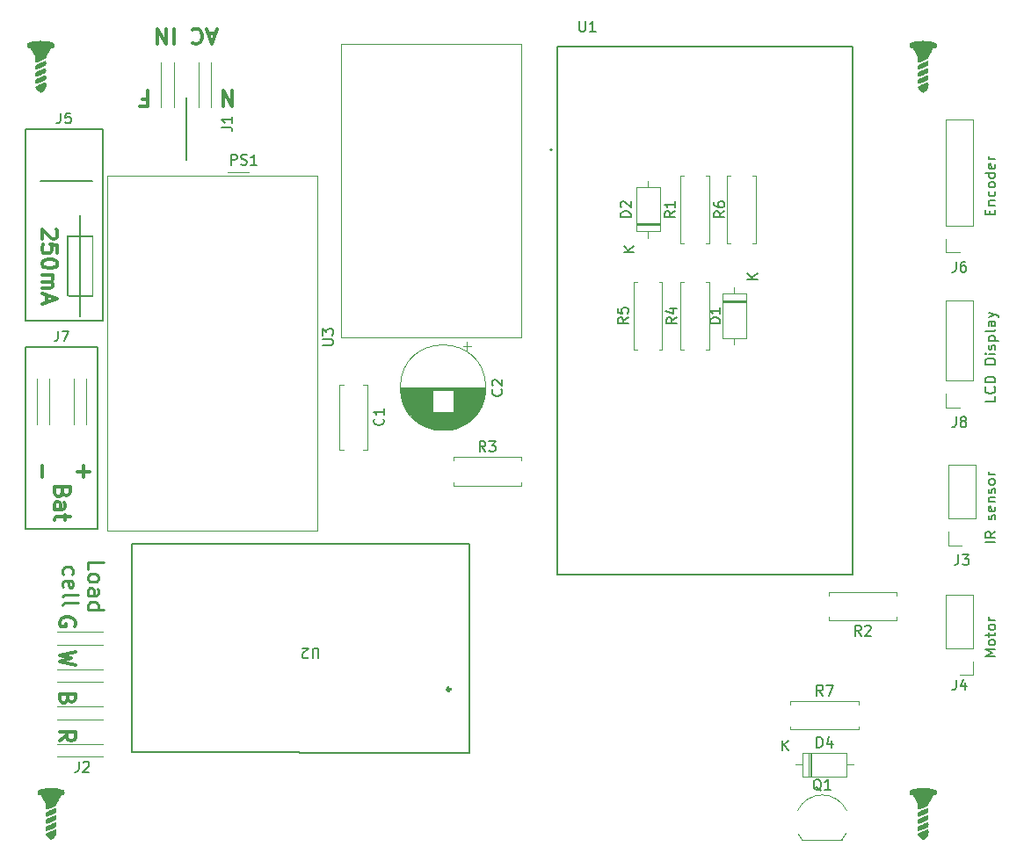
<source format=gbr>
%TF.GenerationSoftware,KiCad,Pcbnew,(6.0.1)*%
%TF.CreationDate,2022-06-17T19:47:16-03:00*%
%TF.ProjectId,alimentador automatico para pets,616c696d-656e-4746-9164-6f7220617574,rev?*%
%TF.SameCoordinates,Original*%
%TF.FileFunction,Legend,Top*%
%TF.FilePolarity,Positive*%
%FSLAX46Y46*%
G04 Gerber Fmt 4.6, Leading zero omitted, Abs format (unit mm)*
G04 Created by KiCad (PCBNEW (6.0.1)) date 2022-06-17 19:47:16*
%MOMM*%
%LPD*%
G01*
G04 APERTURE LIST*
%ADD10C,0.150000*%
%ADD11C,0.300000*%
%ADD12C,0.250000*%
%ADD13C,0.120000*%
%ADD14C,0.127000*%
%ADD15C,0.200000*%
G04 APERTURE END LIST*
D10*
X40000000Y-33000000D02*
X40000000Y-39000000D01*
X26000000Y-41000000D02*
X31000000Y-41000000D01*
X24500000Y-57000000D02*
X31500000Y-57000000D01*
X31500000Y-57000000D02*
X31500000Y-74500000D01*
X31500000Y-74500000D02*
X24500000Y-74500000D01*
X32000000Y-54500000D02*
X32000000Y-36000000D01*
X32000000Y-36000000D02*
X24500000Y-36000000D01*
X24500000Y-54500000D02*
X32000000Y-54500000D01*
X24500000Y-36000000D02*
X24500000Y-54500000D01*
X24500000Y-74500000D02*
X24500000Y-57000000D01*
D11*
X28607142Y-90907142D02*
X28535714Y-91121428D01*
X28464285Y-91192857D01*
X28321428Y-91264285D01*
X28107142Y-91264285D01*
X27964285Y-91192857D01*
X27892857Y-91121428D01*
X27821428Y-90978571D01*
X27821428Y-90407142D01*
X29321428Y-90407142D01*
X29321428Y-90907142D01*
X29250000Y-91050000D01*
X29178571Y-91121428D01*
X29035714Y-91192857D01*
X28892857Y-91192857D01*
X28750000Y-91121428D01*
X28678571Y-91050000D01*
X28607142Y-90907142D01*
X28607142Y-90407142D01*
X29250000Y-83892857D02*
X29321428Y-83750000D01*
X29321428Y-83535714D01*
X29250000Y-83321428D01*
X29107142Y-83178571D01*
X28964285Y-83107142D01*
X28678571Y-83035714D01*
X28464285Y-83035714D01*
X28178571Y-83107142D01*
X28035714Y-83178571D01*
X27892857Y-83321428D01*
X27821428Y-83535714D01*
X27821428Y-83678571D01*
X27892857Y-83892857D01*
X27964285Y-83964285D01*
X28464285Y-83964285D01*
X28464285Y-83678571D01*
X28107142Y-71000000D02*
X28035714Y-71214285D01*
X27964285Y-71285714D01*
X27821428Y-71357142D01*
X27607142Y-71357142D01*
X27464285Y-71285714D01*
X27392857Y-71214285D01*
X27321428Y-71071428D01*
X27321428Y-70500000D01*
X28821428Y-70500000D01*
X28821428Y-71000000D01*
X28750000Y-71142857D01*
X28678571Y-71214285D01*
X28535714Y-71285714D01*
X28392857Y-71285714D01*
X28250000Y-71214285D01*
X28178571Y-71142857D01*
X28107142Y-71000000D01*
X28107142Y-70500000D01*
X27321428Y-72642857D02*
X28107142Y-72642857D01*
X28250000Y-72571428D01*
X28321428Y-72428571D01*
X28321428Y-72142857D01*
X28250000Y-72000000D01*
X27392857Y-72642857D02*
X27321428Y-72500000D01*
X27321428Y-72142857D01*
X27392857Y-72000000D01*
X27535714Y-71928571D01*
X27678571Y-71928571D01*
X27821428Y-72000000D01*
X27892857Y-72142857D01*
X27892857Y-72500000D01*
X27964285Y-72642857D01*
X28321428Y-73142857D02*
X28321428Y-73714285D01*
X28821428Y-73357142D02*
X27535714Y-73357142D01*
X27392857Y-73428571D01*
X27321428Y-73571428D01*
X27321428Y-73714285D01*
X35785714Y-33107142D02*
X36285714Y-33107142D01*
X36285714Y-32321428D02*
X36285714Y-33821428D01*
X35571428Y-33821428D01*
X42821428Y-26750000D02*
X42107142Y-26750000D01*
X42964285Y-26321428D02*
X42464285Y-27821428D01*
X41964285Y-26321428D01*
X40607142Y-26464285D02*
X40678571Y-26392857D01*
X40892857Y-26321428D01*
X41035714Y-26321428D01*
X41250000Y-26392857D01*
X41392857Y-26535714D01*
X41464285Y-26678571D01*
X41535714Y-26964285D01*
X41535714Y-27178571D01*
X41464285Y-27464285D01*
X41392857Y-27607142D01*
X41250000Y-27750000D01*
X41035714Y-27821428D01*
X40892857Y-27821428D01*
X40678571Y-27750000D01*
X40607142Y-27678571D01*
X38821428Y-26321428D02*
X38821428Y-27821428D01*
X38107142Y-26321428D02*
X38107142Y-27821428D01*
X37250000Y-26321428D01*
X37250000Y-27821428D01*
X27821428Y-94964285D02*
X28535714Y-94464285D01*
X27821428Y-94107142D02*
X29321428Y-94107142D01*
X29321428Y-94678571D01*
X29250000Y-94821428D01*
X29178571Y-94892857D01*
X29035714Y-94964285D01*
X28821428Y-94964285D01*
X28678571Y-94892857D01*
X28607142Y-94821428D01*
X28535714Y-94678571D01*
X28535714Y-94107142D01*
D10*
X117952380Y-61761904D02*
X117952380Y-62238095D01*
X116952380Y-62238095D01*
X117857142Y-60857142D02*
X117904761Y-60904761D01*
X117952380Y-61047619D01*
X117952380Y-61142857D01*
X117904761Y-61285714D01*
X117809523Y-61380952D01*
X117714285Y-61428571D01*
X117523809Y-61476190D01*
X117380952Y-61476190D01*
X117190476Y-61428571D01*
X117095238Y-61380952D01*
X117000000Y-61285714D01*
X116952380Y-61142857D01*
X116952380Y-61047619D01*
X117000000Y-60904761D01*
X117047619Y-60857142D01*
X117952380Y-60428571D02*
X116952380Y-60428571D01*
X116952380Y-60190476D01*
X117000000Y-60047619D01*
X117095238Y-59952380D01*
X117190476Y-59904761D01*
X117380952Y-59857142D01*
X117523809Y-59857142D01*
X117714285Y-59904761D01*
X117809523Y-59952380D01*
X117904761Y-60047619D01*
X117952380Y-60190476D01*
X117952380Y-60428571D01*
X117952380Y-58666666D02*
X116952380Y-58666666D01*
X116952380Y-58428571D01*
X117000000Y-58285714D01*
X117095238Y-58190476D01*
X117190476Y-58142857D01*
X117380952Y-58095238D01*
X117523809Y-58095238D01*
X117714285Y-58142857D01*
X117809523Y-58190476D01*
X117904761Y-58285714D01*
X117952380Y-58428571D01*
X117952380Y-58666666D01*
X117952380Y-57666666D02*
X117285714Y-57666666D01*
X116952380Y-57666666D02*
X117000000Y-57714285D01*
X117047619Y-57666666D01*
X117000000Y-57619047D01*
X116952380Y-57666666D01*
X117047619Y-57666666D01*
X117904761Y-57238095D02*
X117952380Y-57142857D01*
X117952380Y-56952380D01*
X117904761Y-56857142D01*
X117809523Y-56809523D01*
X117761904Y-56809523D01*
X117666666Y-56857142D01*
X117619047Y-56952380D01*
X117619047Y-57095238D01*
X117571428Y-57190476D01*
X117476190Y-57238095D01*
X117428571Y-57238095D01*
X117333333Y-57190476D01*
X117285714Y-57095238D01*
X117285714Y-56952380D01*
X117333333Y-56857142D01*
X117285714Y-56380952D02*
X118285714Y-56380952D01*
X117333333Y-56380952D02*
X117285714Y-56285714D01*
X117285714Y-56095238D01*
X117333333Y-56000000D01*
X117380952Y-55952380D01*
X117476190Y-55904761D01*
X117761904Y-55904761D01*
X117857142Y-55952380D01*
X117904761Y-56000000D01*
X117952380Y-56095238D01*
X117952380Y-56285714D01*
X117904761Y-56380952D01*
X117952380Y-55333333D02*
X117904761Y-55428571D01*
X117809523Y-55476190D01*
X116952380Y-55476190D01*
X117952380Y-54523809D02*
X117428571Y-54523809D01*
X117333333Y-54571428D01*
X117285714Y-54666666D01*
X117285714Y-54857142D01*
X117333333Y-54952380D01*
X117904761Y-54523809D02*
X117952380Y-54619047D01*
X117952380Y-54857142D01*
X117904761Y-54952380D01*
X117809523Y-55000000D01*
X117714285Y-55000000D01*
X117619047Y-54952380D01*
X117571428Y-54857142D01*
X117571428Y-54619047D01*
X117523809Y-54523809D01*
X117285714Y-54142857D02*
X117952380Y-53904761D01*
X117285714Y-53666666D02*
X117952380Y-53904761D01*
X118190476Y-54000000D01*
X118238095Y-54047619D01*
X118285714Y-54142857D01*
X117428571Y-44238095D02*
X117428571Y-43904761D01*
X117952380Y-43761904D02*
X117952380Y-44238095D01*
X116952380Y-44238095D01*
X116952380Y-43761904D01*
X117285714Y-43333333D02*
X117952380Y-43333333D01*
X117380952Y-43333333D02*
X117333333Y-43285714D01*
X117285714Y-43190476D01*
X117285714Y-43047619D01*
X117333333Y-42952380D01*
X117428571Y-42904761D01*
X117952380Y-42904761D01*
X117904761Y-42000000D02*
X117952380Y-42095238D01*
X117952380Y-42285714D01*
X117904761Y-42380952D01*
X117857142Y-42428571D01*
X117761904Y-42476190D01*
X117476190Y-42476190D01*
X117380952Y-42428571D01*
X117333333Y-42380952D01*
X117285714Y-42285714D01*
X117285714Y-42095238D01*
X117333333Y-42000000D01*
X117952380Y-41428571D02*
X117904761Y-41523809D01*
X117857142Y-41571428D01*
X117761904Y-41619047D01*
X117476190Y-41619047D01*
X117380952Y-41571428D01*
X117333333Y-41523809D01*
X117285714Y-41428571D01*
X117285714Y-41285714D01*
X117333333Y-41190476D01*
X117380952Y-41142857D01*
X117476190Y-41095238D01*
X117761904Y-41095238D01*
X117857142Y-41142857D01*
X117904761Y-41190476D01*
X117952380Y-41285714D01*
X117952380Y-41428571D01*
X117952380Y-40238095D02*
X116952380Y-40238095D01*
X117904761Y-40238095D02*
X117952380Y-40333333D01*
X117952380Y-40523809D01*
X117904761Y-40619047D01*
X117857142Y-40666666D01*
X117761904Y-40714285D01*
X117476190Y-40714285D01*
X117380952Y-40666666D01*
X117333333Y-40619047D01*
X117285714Y-40523809D01*
X117285714Y-40333333D01*
X117333333Y-40238095D01*
X117904761Y-39380952D02*
X117952380Y-39476190D01*
X117952380Y-39666666D01*
X117904761Y-39761904D01*
X117809523Y-39809523D01*
X117428571Y-39809523D01*
X117333333Y-39761904D01*
X117285714Y-39666666D01*
X117285714Y-39476190D01*
X117333333Y-39380952D01*
X117428571Y-39333333D01*
X117523809Y-39333333D01*
X117619047Y-39809523D01*
X117952380Y-38904761D02*
X117285714Y-38904761D01*
X117476190Y-38904761D02*
X117380952Y-38857142D01*
X117333333Y-38809523D01*
X117285714Y-38714285D01*
X117285714Y-38619047D01*
D11*
X27478571Y-45700000D02*
X27550000Y-45771428D01*
X27621428Y-45914285D01*
X27621428Y-46271428D01*
X27550000Y-46414285D01*
X27478571Y-46485714D01*
X27335714Y-46557142D01*
X27192857Y-46557142D01*
X26978571Y-46485714D01*
X26121428Y-45628571D01*
X26121428Y-46557142D01*
X27621428Y-47914285D02*
X27621428Y-47200000D01*
X26907142Y-47128571D01*
X26978571Y-47200000D01*
X27050000Y-47342857D01*
X27050000Y-47700000D01*
X26978571Y-47842857D01*
X26907142Y-47914285D01*
X26764285Y-47985714D01*
X26407142Y-47985714D01*
X26264285Y-47914285D01*
X26192857Y-47842857D01*
X26121428Y-47700000D01*
X26121428Y-47342857D01*
X26192857Y-47200000D01*
X26264285Y-47128571D01*
X27621428Y-48914285D02*
X27621428Y-49057142D01*
X27550000Y-49200000D01*
X27478571Y-49271428D01*
X27335714Y-49342857D01*
X27050000Y-49414285D01*
X26692857Y-49414285D01*
X26407142Y-49342857D01*
X26264285Y-49271428D01*
X26192857Y-49200000D01*
X26121428Y-49057142D01*
X26121428Y-48914285D01*
X26192857Y-48771428D01*
X26264285Y-48700000D01*
X26407142Y-48628571D01*
X26692857Y-48557142D01*
X27050000Y-48557142D01*
X27335714Y-48628571D01*
X27478571Y-48700000D01*
X27550000Y-48771428D01*
X27621428Y-48914285D01*
X26121428Y-50057142D02*
X27121428Y-50057142D01*
X26978571Y-50057142D02*
X27050000Y-50128571D01*
X27121428Y-50271428D01*
X27121428Y-50485714D01*
X27050000Y-50628571D01*
X26907142Y-50700000D01*
X26121428Y-50700000D01*
X26907142Y-50700000D02*
X27050000Y-50771428D01*
X27121428Y-50914285D01*
X27121428Y-51128571D01*
X27050000Y-51271428D01*
X26907142Y-51342857D01*
X26121428Y-51342857D01*
X26550000Y-51985714D02*
X26550000Y-52700000D01*
X26121428Y-51842857D02*
X27621428Y-52342857D01*
X26121428Y-52842857D01*
D10*
X117952380Y-75833333D02*
X116952380Y-75833333D01*
X117952380Y-74785714D02*
X117476190Y-75119047D01*
X117952380Y-75357142D02*
X116952380Y-75357142D01*
X116952380Y-74976190D01*
X117000000Y-74880952D01*
X117047619Y-74833333D01*
X117142857Y-74785714D01*
X117285714Y-74785714D01*
X117380952Y-74833333D01*
X117428571Y-74880952D01*
X117476190Y-74976190D01*
X117476190Y-75357142D01*
X117904761Y-73642857D02*
X117952380Y-73547619D01*
X117952380Y-73357142D01*
X117904761Y-73261904D01*
X117809523Y-73214285D01*
X117761904Y-73214285D01*
X117666666Y-73261904D01*
X117619047Y-73357142D01*
X117619047Y-73500000D01*
X117571428Y-73595238D01*
X117476190Y-73642857D01*
X117428571Y-73642857D01*
X117333333Y-73595238D01*
X117285714Y-73500000D01*
X117285714Y-73357142D01*
X117333333Y-73261904D01*
X117904761Y-72404761D02*
X117952380Y-72500000D01*
X117952380Y-72690476D01*
X117904761Y-72785714D01*
X117809523Y-72833333D01*
X117428571Y-72833333D01*
X117333333Y-72785714D01*
X117285714Y-72690476D01*
X117285714Y-72500000D01*
X117333333Y-72404761D01*
X117428571Y-72357142D01*
X117523809Y-72357142D01*
X117619047Y-72833333D01*
X117285714Y-71928571D02*
X117952380Y-71928571D01*
X117380952Y-71928571D02*
X117333333Y-71880952D01*
X117285714Y-71785714D01*
X117285714Y-71642857D01*
X117333333Y-71547619D01*
X117428571Y-71500000D01*
X117952380Y-71500000D01*
X117904761Y-71071428D02*
X117952380Y-70976190D01*
X117952380Y-70785714D01*
X117904761Y-70690476D01*
X117809523Y-70642857D01*
X117761904Y-70642857D01*
X117666666Y-70690476D01*
X117619047Y-70785714D01*
X117619047Y-70928571D01*
X117571428Y-71023809D01*
X117476190Y-71071428D01*
X117428571Y-71071428D01*
X117333333Y-71023809D01*
X117285714Y-70928571D01*
X117285714Y-70785714D01*
X117333333Y-70690476D01*
X117952380Y-70071428D02*
X117904761Y-70166666D01*
X117857142Y-70214285D01*
X117761904Y-70261904D01*
X117476190Y-70261904D01*
X117380952Y-70214285D01*
X117333333Y-70166666D01*
X117285714Y-70071428D01*
X117285714Y-69928571D01*
X117333333Y-69833333D01*
X117380952Y-69785714D01*
X117476190Y-69738095D01*
X117761904Y-69738095D01*
X117857142Y-69785714D01*
X117904761Y-69833333D01*
X117952380Y-69928571D01*
X117952380Y-70071428D01*
X117952380Y-69309523D02*
X117285714Y-69309523D01*
X117476190Y-69309523D02*
X117380952Y-69261904D01*
X117333333Y-69214285D01*
X117285714Y-69119047D01*
X117285714Y-69023809D01*
D12*
X30528928Y-78428571D02*
X30528928Y-77714285D01*
X32028928Y-77714285D01*
X30528928Y-79142857D02*
X30600357Y-79000000D01*
X30671785Y-78928571D01*
X30814642Y-78857142D01*
X31243214Y-78857142D01*
X31386071Y-78928571D01*
X31457500Y-79000000D01*
X31528928Y-79142857D01*
X31528928Y-79357142D01*
X31457500Y-79500000D01*
X31386071Y-79571428D01*
X31243214Y-79642857D01*
X30814642Y-79642857D01*
X30671785Y-79571428D01*
X30600357Y-79500000D01*
X30528928Y-79357142D01*
X30528928Y-79142857D01*
X30528928Y-80928571D02*
X31314642Y-80928571D01*
X31457500Y-80857142D01*
X31528928Y-80714285D01*
X31528928Y-80428571D01*
X31457500Y-80285714D01*
X30600357Y-80928571D02*
X30528928Y-80785714D01*
X30528928Y-80428571D01*
X30600357Y-80285714D01*
X30743214Y-80214285D01*
X30886071Y-80214285D01*
X31028928Y-80285714D01*
X31100357Y-80428571D01*
X31100357Y-80785714D01*
X31171785Y-80928571D01*
X30528928Y-82285714D02*
X32028928Y-82285714D01*
X30600357Y-82285714D02*
X30528928Y-82142857D01*
X30528928Y-81857142D01*
X30600357Y-81714285D01*
X30671785Y-81642857D01*
X30814642Y-81571428D01*
X31243214Y-81571428D01*
X31386071Y-81642857D01*
X31457500Y-81714285D01*
X31528928Y-81857142D01*
X31528928Y-82142857D01*
X31457500Y-82285714D01*
X28185357Y-78928571D02*
X28113928Y-78785714D01*
X28113928Y-78500000D01*
X28185357Y-78357142D01*
X28256785Y-78285714D01*
X28399642Y-78214285D01*
X28828214Y-78214285D01*
X28971071Y-78285714D01*
X29042500Y-78357142D01*
X29113928Y-78500000D01*
X29113928Y-78785714D01*
X29042500Y-78928571D01*
X28185357Y-80142857D02*
X28113928Y-80000000D01*
X28113928Y-79714285D01*
X28185357Y-79571428D01*
X28328214Y-79500000D01*
X28899642Y-79500000D01*
X29042500Y-79571428D01*
X29113928Y-79714285D01*
X29113928Y-80000000D01*
X29042500Y-80142857D01*
X28899642Y-80214285D01*
X28756785Y-80214285D01*
X28613928Y-79500000D01*
X28113928Y-81071428D02*
X28185357Y-80928571D01*
X28328214Y-80857142D01*
X29613928Y-80857142D01*
X28113928Y-81857142D02*
X28185357Y-81714285D01*
X28328214Y-81642857D01*
X29613928Y-81642857D01*
D11*
X44428571Y-32321428D02*
X44428571Y-33821428D01*
X43571428Y-32321428D01*
X43571428Y-33821428D01*
X29321428Y-86357142D02*
X27821428Y-86714285D01*
X28892857Y-87000000D01*
X27821428Y-87285714D01*
X29321428Y-87642857D01*
D10*
X117952380Y-86833333D02*
X116952380Y-86833333D01*
X117666666Y-86500000D01*
X116952380Y-86166666D01*
X117952380Y-86166666D01*
X117952380Y-85547619D02*
X117904761Y-85642857D01*
X117857142Y-85690476D01*
X117761904Y-85738095D01*
X117476190Y-85738095D01*
X117380952Y-85690476D01*
X117333333Y-85642857D01*
X117285714Y-85547619D01*
X117285714Y-85404761D01*
X117333333Y-85309523D01*
X117380952Y-85261904D01*
X117476190Y-85214285D01*
X117761904Y-85214285D01*
X117857142Y-85261904D01*
X117904761Y-85309523D01*
X117952380Y-85404761D01*
X117952380Y-85547619D01*
X117285714Y-84928571D02*
X117285714Y-84547619D01*
X116952380Y-84785714D02*
X117809523Y-84785714D01*
X117904761Y-84738095D01*
X117952380Y-84642857D01*
X117952380Y-84547619D01*
X117952380Y-84071428D02*
X117904761Y-84166666D01*
X117857142Y-84214285D01*
X117761904Y-84261904D01*
X117476190Y-84261904D01*
X117380952Y-84214285D01*
X117333333Y-84166666D01*
X117285714Y-84071428D01*
X117285714Y-83928571D01*
X117333333Y-83833333D01*
X117380952Y-83785714D01*
X117476190Y-83738095D01*
X117761904Y-83738095D01*
X117857142Y-83785714D01*
X117904761Y-83833333D01*
X117952380Y-83928571D01*
X117952380Y-84071428D01*
X117952380Y-83309523D02*
X117285714Y-83309523D01*
X117476190Y-83309523D02*
X117380952Y-83261904D01*
X117333333Y-83214285D01*
X117285714Y-83119047D01*
X117285714Y-83023809D01*
D11*
X30107142Y-69571428D02*
X30107142Y-68428571D01*
X30678571Y-69000000D02*
X29535714Y-69000000D01*
X26107142Y-69571428D02*
X26107142Y-68428571D01*
D10*
%TO.C,J3*%
X114391666Y-76997380D02*
X114391666Y-77711666D01*
X114344047Y-77854523D01*
X114248809Y-77949761D01*
X114105952Y-77997380D01*
X114010714Y-77997380D01*
X114772619Y-76997380D02*
X115391666Y-76997380D01*
X115058333Y-77378333D01*
X115201190Y-77378333D01*
X115296428Y-77425952D01*
X115344047Y-77473571D01*
X115391666Y-77568809D01*
X115391666Y-77806904D01*
X115344047Y-77902142D01*
X115296428Y-77949761D01*
X115201190Y-77997380D01*
X114915476Y-77997380D01*
X114820238Y-77949761D01*
X114772619Y-77902142D01*
%TO.C,J4*%
X114166666Y-89057380D02*
X114166666Y-89771666D01*
X114119047Y-89914523D01*
X114023809Y-90009761D01*
X113880952Y-90057380D01*
X113785714Y-90057380D01*
X115071428Y-89390714D02*
X115071428Y-90057380D01*
X114833333Y-89009761D02*
X114595238Y-89724047D01*
X115214285Y-89724047D01*
%TO.C,D1*%
X91452380Y-54738095D02*
X90452380Y-54738095D01*
X90452380Y-54500000D01*
X90500000Y-54357142D01*
X90595238Y-54261904D01*
X90690476Y-54214285D01*
X90880952Y-54166666D01*
X91023809Y-54166666D01*
X91214285Y-54214285D01*
X91309523Y-54261904D01*
X91404761Y-54357142D01*
X91452380Y-54500000D01*
X91452380Y-54738095D01*
X91452380Y-53214285D02*
X91452380Y-53785714D01*
X91452380Y-53500000D02*
X90452380Y-53500000D01*
X90595238Y-53595238D01*
X90690476Y-53690476D01*
X90738095Y-53785714D01*
X95052380Y-50451904D02*
X94052380Y-50451904D01*
X95052380Y-49880476D02*
X94480952Y-50309047D01*
X94052380Y-49880476D02*
X94623809Y-50451904D01*
%TO.C,R6*%
X91852380Y-43916666D02*
X91376190Y-44250000D01*
X91852380Y-44488095D02*
X90852380Y-44488095D01*
X90852380Y-44107142D01*
X90900000Y-44011904D01*
X90947619Y-43964285D01*
X91042857Y-43916666D01*
X91185714Y-43916666D01*
X91280952Y-43964285D01*
X91328571Y-44011904D01*
X91376190Y-44107142D01*
X91376190Y-44488095D01*
X90852380Y-43059523D02*
X90852380Y-43250000D01*
X90900000Y-43345238D01*
X90947619Y-43392857D01*
X91090476Y-43488095D01*
X91280952Y-43535714D01*
X91661904Y-43535714D01*
X91757142Y-43488095D01*
X91804761Y-43440476D01*
X91852380Y-43345238D01*
X91852380Y-43154761D01*
X91804761Y-43059523D01*
X91757142Y-43011904D01*
X91661904Y-42964285D01*
X91423809Y-42964285D01*
X91328571Y-43011904D01*
X91280952Y-43059523D01*
X91233333Y-43154761D01*
X91233333Y-43345238D01*
X91280952Y-43440476D01*
X91328571Y-43488095D01*
X91423809Y-43535714D01*
%TO.C,U3*%
X53147380Y-56816904D02*
X53956904Y-56816904D01*
X54052142Y-56769285D01*
X54099761Y-56721666D01*
X54147380Y-56626428D01*
X54147380Y-56435952D01*
X54099761Y-56340714D01*
X54052142Y-56293095D01*
X53956904Y-56245476D01*
X53147380Y-56245476D01*
X53147380Y-55864523D02*
X53147380Y-55245476D01*
X53528333Y-55578809D01*
X53528333Y-55435952D01*
X53575952Y-55340714D01*
X53623571Y-55293095D01*
X53718809Y-55245476D01*
X53956904Y-55245476D01*
X54052142Y-55293095D01*
X54099761Y-55340714D01*
X54147380Y-55435952D01*
X54147380Y-55721666D01*
X54099761Y-55816904D01*
X54052142Y-55864523D01*
%TO.C,J2*%
X29666666Y-96952380D02*
X29666666Y-97666666D01*
X29619047Y-97809523D01*
X29523809Y-97904761D01*
X29380952Y-97952380D01*
X29285714Y-97952380D01*
X30095238Y-97047619D02*
X30142857Y-97000000D01*
X30238095Y-96952380D01*
X30476190Y-96952380D01*
X30571428Y-97000000D01*
X30619047Y-97047619D01*
X30666666Y-97142857D01*
X30666666Y-97238095D01*
X30619047Y-97380952D01*
X30047619Y-97952380D01*
X30666666Y-97952380D01*
%TO.C,R7*%
X101333333Y-90582380D02*
X101000000Y-90106190D01*
X100761904Y-90582380D02*
X100761904Y-89582380D01*
X101142857Y-89582380D01*
X101238095Y-89630000D01*
X101285714Y-89677619D01*
X101333333Y-89772857D01*
X101333333Y-89915714D01*
X101285714Y-90010952D01*
X101238095Y-90058571D01*
X101142857Y-90106190D01*
X100761904Y-90106190D01*
X101666666Y-89582380D02*
X102333333Y-89582380D01*
X101904761Y-90582380D01*
%TO.C,R3*%
X68833333Y-67082380D02*
X68500000Y-66606190D01*
X68261904Y-67082380D02*
X68261904Y-66082380D01*
X68642857Y-66082380D01*
X68738095Y-66130000D01*
X68785714Y-66177619D01*
X68833333Y-66272857D01*
X68833333Y-66415714D01*
X68785714Y-66510952D01*
X68738095Y-66558571D01*
X68642857Y-66606190D01*
X68261904Y-66606190D01*
X69166666Y-66082380D02*
X69785714Y-66082380D01*
X69452380Y-66463333D01*
X69595238Y-66463333D01*
X69690476Y-66510952D01*
X69738095Y-66558571D01*
X69785714Y-66653809D01*
X69785714Y-66891904D01*
X69738095Y-66987142D01*
X69690476Y-67034761D01*
X69595238Y-67082380D01*
X69309523Y-67082380D01*
X69214285Y-67034761D01*
X69166666Y-66987142D01*
%TO.C,C1*%
X58971142Y-63916666D02*
X59018761Y-63964285D01*
X59066380Y-64107142D01*
X59066380Y-64202380D01*
X59018761Y-64345238D01*
X58923523Y-64440476D01*
X58828285Y-64488095D01*
X58637809Y-64535714D01*
X58494952Y-64535714D01*
X58304476Y-64488095D01*
X58209238Y-64440476D01*
X58114000Y-64345238D01*
X58066380Y-64202380D01*
X58066380Y-64107142D01*
X58114000Y-63964285D01*
X58161619Y-63916666D01*
X59066380Y-62964285D02*
X59066380Y-63535714D01*
X59066380Y-63250000D02*
X58066380Y-63250000D01*
X58209238Y-63345238D01*
X58304476Y-63440476D01*
X58352095Y-63535714D01*
%TO.C,J1*%
X43452380Y-35833333D02*
X44166666Y-35833333D01*
X44309523Y-35880952D01*
X44404761Y-35976190D01*
X44452380Y-36119047D01*
X44452380Y-36214285D01*
X44452380Y-34833333D02*
X44452380Y-35404761D01*
X44452380Y-35119047D02*
X43452380Y-35119047D01*
X43595238Y-35214285D01*
X43690476Y-35309523D01*
X43738095Y-35404761D01*
%TO.C,R5*%
X82582380Y-54166666D02*
X82106190Y-54500000D01*
X82582380Y-54738095D02*
X81582380Y-54738095D01*
X81582380Y-54357142D01*
X81630000Y-54261904D01*
X81677619Y-54214285D01*
X81772857Y-54166666D01*
X81915714Y-54166666D01*
X82010952Y-54214285D01*
X82058571Y-54261904D01*
X82106190Y-54357142D01*
X82106190Y-54738095D01*
X81582380Y-53261904D02*
X81582380Y-53738095D01*
X82058571Y-53785714D01*
X82010952Y-53738095D01*
X81963333Y-53642857D01*
X81963333Y-53404761D01*
X82010952Y-53309523D01*
X82058571Y-53261904D01*
X82153809Y-53214285D01*
X82391904Y-53214285D01*
X82487142Y-53261904D01*
X82534761Y-53309523D01*
X82582380Y-53404761D01*
X82582380Y-53642857D01*
X82534761Y-53738095D01*
X82487142Y-53785714D01*
%TO.C,Q1*%
X101174761Y-99757619D02*
X101079523Y-99710000D01*
X100984285Y-99614761D01*
X100841428Y-99471904D01*
X100746190Y-99424285D01*
X100650952Y-99424285D01*
X100698571Y-99662380D02*
X100603333Y-99614761D01*
X100508095Y-99519523D01*
X100460476Y-99329047D01*
X100460476Y-98995714D01*
X100508095Y-98805238D01*
X100603333Y-98710000D01*
X100698571Y-98662380D01*
X100889047Y-98662380D01*
X100984285Y-98710000D01*
X101079523Y-98805238D01*
X101127142Y-98995714D01*
X101127142Y-99329047D01*
X101079523Y-99519523D01*
X100984285Y-99614761D01*
X100889047Y-99662380D01*
X100698571Y-99662380D01*
X102079523Y-99662380D02*
X101508095Y-99662380D01*
X101793809Y-99662380D02*
X101793809Y-98662380D01*
X101698571Y-98805238D01*
X101603333Y-98900476D01*
X101508095Y-98948095D01*
%TO.C,J6*%
X114166666Y-48772380D02*
X114166666Y-49486666D01*
X114119047Y-49629523D01*
X114023809Y-49724761D01*
X113880952Y-49772380D01*
X113785714Y-49772380D01*
X115071428Y-48772380D02*
X114880952Y-48772380D01*
X114785714Y-48820000D01*
X114738095Y-48867619D01*
X114642857Y-49010476D01*
X114595238Y-49200952D01*
X114595238Y-49581904D01*
X114642857Y-49677142D01*
X114690476Y-49724761D01*
X114785714Y-49772380D01*
X114976190Y-49772380D01*
X115071428Y-49724761D01*
X115119047Y-49677142D01*
X115166666Y-49581904D01*
X115166666Y-49343809D01*
X115119047Y-49248571D01*
X115071428Y-49200952D01*
X114976190Y-49153333D01*
X114785714Y-49153333D01*
X114690476Y-49200952D01*
X114642857Y-49248571D01*
X114595238Y-49343809D01*
%TO.C,D2*%
X82832380Y-44488095D02*
X81832380Y-44488095D01*
X81832380Y-44250000D01*
X81880000Y-44107142D01*
X81975238Y-44011904D01*
X82070476Y-43964285D01*
X82260952Y-43916666D01*
X82403809Y-43916666D01*
X82594285Y-43964285D01*
X82689523Y-44011904D01*
X82784761Y-44107142D01*
X82832380Y-44250000D01*
X82832380Y-44488095D01*
X81927619Y-43535714D02*
X81880000Y-43488095D01*
X81832380Y-43392857D01*
X81832380Y-43154761D01*
X81880000Y-43059523D01*
X81927619Y-43011904D01*
X82022857Y-42964285D01*
X82118095Y-42964285D01*
X82260952Y-43011904D01*
X82832380Y-43583333D01*
X82832380Y-42964285D01*
X83152380Y-47821904D02*
X82152380Y-47821904D01*
X83152380Y-47250476D02*
X82580952Y-47679047D01*
X82152380Y-47250476D02*
X82723809Y-47821904D01*
%TO.C,J7*%
X27666666Y-55452380D02*
X27666666Y-56166666D01*
X27619047Y-56309523D01*
X27523809Y-56404761D01*
X27380952Y-56452380D01*
X27285714Y-56452380D01*
X28047619Y-55452380D02*
X28714285Y-55452380D01*
X28285714Y-56452380D01*
%TO.C,R2*%
X105023333Y-84822380D02*
X104690000Y-84346190D01*
X104451904Y-84822380D02*
X104451904Y-83822380D01*
X104832857Y-83822380D01*
X104928095Y-83870000D01*
X104975714Y-83917619D01*
X105023333Y-84012857D01*
X105023333Y-84155714D01*
X104975714Y-84250952D01*
X104928095Y-84298571D01*
X104832857Y-84346190D01*
X104451904Y-84346190D01*
X105404285Y-83917619D02*
X105451904Y-83870000D01*
X105547142Y-83822380D01*
X105785238Y-83822380D01*
X105880476Y-83870000D01*
X105928095Y-83917619D01*
X105975714Y-84012857D01*
X105975714Y-84108095D01*
X105928095Y-84250952D01*
X105356666Y-84822380D01*
X105975714Y-84822380D01*
%TO.C,C2*%
X70357142Y-61089317D02*
X70404761Y-61136936D01*
X70452380Y-61279793D01*
X70452380Y-61375031D01*
X70404761Y-61517889D01*
X70309523Y-61613127D01*
X70214285Y-61660746D01*
X70023809Y-61708365D01*
X69880952Y-61708365D01*
X69690476Y-61660746D01*
X69595238Y-61613127D01*
X69500000Y-61517889D01*
X69452380Y-61375031D01*
X69452380Y-61279793D01*
X69500000Y-61136936D01*
X69547619Y-61089317D01*
X69547619Y-60708365D02*
X69500000Y-60660746D01*
X69452380Y-60565508D01*
X69452380Y-60327412D01*
X69500000Y-60232174D01*
X69547619Y-60184555D01*
X69642857Y-60136936D01*
X69738095Y-60136936D01*
X69880952Y-60184555D01*
X70452380Y-60755984D01*
X70452380Y-60136936D01*
%TO.C,J8*%
X114166666Y-63722380D02*
X114166666Y-64436666D01*
X114119047Y-64579523D01*
X114023809Y-64674761D01*
X113880952Y-64722380D01*
X113785714Y-64722380D01*
X114785714Y-64150952D02*
X114690476Y-64103333D01*
X114642857Y-64055714D01*
X114595238Y-63960476D01*
X114595238Y-63912857D01*
X114642857Y-63817619D01*
X114690476Y-63770000D01*
X114785714Y-63722380D01*
X114976190Y-63722380D01*
X115071428Y-63770000D01*
X115119047Y-63817619D01*
X115166666Y-63912857D01*
X115166666Y-63960476D01*
X115119047Y-64055714D01*
X115071428Y-64103333D01*
X114976190Y-64150952D01*
X114785714Y-64150952D01*
X114690476Y-64198571D01*
X114642857Y-64246190D01*
X114595238Y-64341428D01*
X114595238Y-64531904D01*
X114642857Y-64627142D01*
X114690476Y-64674761D01*
X114785714Y-64722380D01*
X114976190Y-64722380D01*
X115071428Y-64674761D01*
X115119047Y-64627142D01*
X115166666Y-64531904D01*
X115166666Y-64341428D01*
X115119047Y-64246190D01*
X115071428Y-64198571D01*
X114976190Y-64150952D01*
%TO.C,J5*%
X27916666Y-34452380D02*
X27916666Y-35166666D01*
X27869047Y-35309523D01*
X27773809Y-35404761D01*
X27630952Y-35452380D01*
X27535714Y-35452380D01*
X28869047Y-34452380D02*
X28392857Y-34452380D01*
X28345238Y-34928571D01*
X28392857Y-34880952D01*
X28488095Y-34833333D01*
X28726190Y-34833333D01*
X28821428Y-34880952D01*
X28869047Y-34928571D01*
X28916666Y-35023809D01*
X28916666Y-35261904D01*
X28869047Y-35357142D01*
X28821428Y-35404761D01*
X28726190Y-35452380D01*
X28488095Y-35452380D01*
X28392857Y-35404761D01*
X28345238Y-35357142D01*
%TO.C,PS1*%
X44335714Y-39449880D02*
X44335714Y-38449880D01*
X44716666Y-38449880D01*
X44811904Y-38497500D01*
X44859523Y-38545119D01*
X44907142Y-38640357D01*
X44907142Y-38783214D01*
X44859523Y-38878452D01*
X44811904Y-38926071D01*
X44716666Y-38973690D01*
X44335714Y-38973690D01*
X45288095Y-39402261D02*
X45430952Y-39449880D01*
X45669047Y-39449880D01*
X45764285Y-39402261D01*
X45811904Y-39354642D01*
X45859523Y-39259404D01*
X45859523Y-39164166D01*
X45811904Y-39068928D01*
X45764285Y-39021309D01*
X45669047Y-38973690D01*
X45478571Y-38926071D01*
X45383333Y-38878452D01*
X45335714Y-38830833D01*
X45288095Y-38735595D01*
X45288095Y-38640357D01*
X45335714Y-38545119D01*
X45383333Y-38497500D01*
X45478571Y-38449880D01*
X45716666Y-38449880D01*
X45859523Y-38497500D01*
X46811904Y-39449880D02*
X46240476Y-39449880D01*
X46526190Y-39449880D02*
X46526190Y-38449880D01*
X46430952Y-38592738D01*
X46335714Y-38687976D01*
X46240476Y-38735595D01*
%TO.C,R1*%
X87082380Y-43916666D02*
X86606190Y-44250000D01*
X87082380Y-44488095D02*
X86082380Y-44488095D01*
X86082380Y-44107142D01*
X86130000Y-44011904D01*
X86177619Y-43964285D01*
X86272857Y-43916666D01*
X86415714Y-43916666D01*
X86510952Y-43964285D01*
X86558571Y-44011904D01*
X86606190Y-44107142D01*
X86606190Y-44488095D01*
X87082380Y-42964285D02*
X87082380Y-43535714D01*
X87082380Y-43250000D02*
X86082380Y-43250000D01*
X86225238Y-43345238D01*
X86320476Y-43440476D01*
X86368095Y-43535714D01*
%TO.C,R4*%
X87252380Y-54166666D02*
X86776190Y-54500000D01*
X87252380Y-54738095D02*
X86252380Y-54738095D01*
X86252380Y-54357142D01*
X86300000Y-54261904D01*
X86347619Y-54214285D01*
X86442857Y-54166666D01*
X86585714Y-54166666D01*
X86680952Y-54214285D01*
X86728571Y-54261904D01*
X86776190Y-54357142D01*
X86776190Y-54738095D01*
X86585714Y-53309523D02*
X87252380Y-53309523D01*
X86204761Y-53547619D02*
X86919047Y-53785714D01*
X86919047Y-53166666D01*
%TO.C,U2*%
X52761904Y-87017619D02*
X52761904Y-86208095D01*
X52714285Y-86112857D01*
X52666666Y-86065238D01*
X52571428Y-86017619D01*
X52380952Y-86017619D01*
X52285714Y-86065238D01*
X52238095Y-86112857D01*
X52190476Y-86208095D01*
X52190476Y-87017619D01*
X51761904Y-86922380D02*
X51714285Y-86970000D01*
X51619047Y-87017619D01*
X51380952Y-87017619D01*
X51285714Y-86970000D01*
X51238095Y-86922380D01*
X51190476Y-86827142D01*
X51190476Y-86731904D01*
X51238095Y-86589047D01*
X51809523Y-86017619D01*
X51190476Y-86017619D01*
%TO.C,U1*%
X77883095Y-25592380D02*
X77883095Y-26401904D01*
X77930714Y-26497142D01*
X77978333Y-26544761D01*
X78073571Y-26592380D01*
X78264047Y-26592380D01*
X78359285Y-26544761D01*
X78406904Y-26497142D01*
X78454523Y-26401904D01*
X78454523Y-25592380D01*
X79454523Y-26592380D02*
X78883095Y-26592380D01*
X79168809Y-26592380D02*
X79168809Y-25592380D01*
X79073571Y-25735238D01*
X78978333Y-25830476D01*
X78883095Y-25878095D01*
%TO.C,D4*%
X100761904Y-95582380D02*
X100761904Y-94582380D01*
X101000000Y-94582380D01*
X101142857Y-94630000D01*
X101238095Y-94725238D01*
X101285714Y-94820476D01*
X101333333Y-95010952D01*
X101333333Y-95153809D01*
X101285714Y-95344285D01*
X101238095Y-95439523D01*
X101142857Y-95534761D01*
X101000000Y-95582380D01*
X100761904Y-95582380D01*
X102190476Y-94915714D02*
X102190476Y-95582380D01*
X101952380Y-94534761D02*
X101714285Y-95249047D01*
X102333333Y-95249047D01*
X97428095Y-95902380D02*
X97428095Y-94902380D01*
X97999523Y-95902380D02*
X97570952Y-95330952D01*
X97999523Y-94902380D02*
X97428095Y-95473809D01*
D13*
%TO.C,J3*%
X113395000Y-73505000D02*
X113395000Y-68365000D01*
X114725000Y-76105000D02*
X113395000Y-76105000D01*
X116055000Y-68365000D02*
X113395000Y-68365000D01*
X116055000Y-73505000D02*
X116055000Y-68365000D01*
X116055000Y-73505000D02*
X113395000Y-73505000D01*
X113395000Y-76105000D02*
X113395000Y-74775000D01*
%TO.C,J4*%
X113170000Y-86005000D02*
X113170000Y-80865000D01*
X115830000Y-87275000D02*
X115830000Y-88605000D01*
X115830000Y-80865000D02*
X113170000Y-80865000D01*
X115830000Y-86005000D02*
X113170000Y-86005000D01*
X115830000Y-88605000D02*
X114500000Y-88605000D01*
X115830000Y-86005000D02*
X115830000Y-80865000D01*
%TO.C,G\u002A\u002A\u002A*%
G36*
X29873909Y-54094406D02*
G01*
X29709667Y-54094406D01*
X29709667Y-52139730D01*
X29126458Y-52140038D01*
X29001133Y-52140008D01*
X28891712Y-52139773D01*
X28797677Y-52139326D01*
X28718509Y-52138658D01*
X28653689Y-52137762D01*
X28602700Y-52136630D01*
X28565021Y-52135256D01*
X28540136Y-52133631D01*
X28527524Y-52131747D01*
X28526280Y-52131264D01*
X28522699Y-52129708D01*
X28519336Y-52128656D01*
X28516185Y-52127607D01*
X28513239Y-52126056D01*
X28510490Y-52123501D01*
X28507933Y-52119439D01*
X28505559Y-52113366D01*
X28503363Y-52104779D01*
X28501338Y-52093176D01*
X28499476Y-52078053D01*
X28497771Y-52058906D01*
X28496216Y-52035234D01*
X28494804Y-52006533D01*
X28493654Y-51975687D01*
X28650308Y-51975687D01*
X29709667Y-51975687D01*
X29873909Y-51975687D01*
X30925057Y-51975687D01*
X30925057Y-46457161D01*
X29873909Y-46457161D01*
X29873909Y-51975687D01*
X29709667Y-51975687D01*
X29709667Y-46457161D01*
X28650308Y-46457161D01*
X28650308Y-51975687D01*
X28493654Y-51975687D01*
X28493528Y-51972299D01*
X28492382Y-51932030D01*
X28491358Y-51885223D01*
X28490450Y-51831374D01*
X28489650Y-51769980D01*
X28488953Y-51700538D01*
X28488351Y-51622546D01*
X28487836Y-51535500D01*
X28487404Y-51438897D01*
X28487046Y-51332233D01*
X28486755Y-51215007D01*
X28486525Y-51086714D01*
X28486349Y-50946851D01*
X28486221Y-50794916D01*
X28486132Y-50630406D01*
X28486077Y-50452816D01*
X28486049Y-50261645D01*
X28486040Y-50056389D01*
X28486044Y-49836544D01*
X28486054Y-49601609D01*
X28486064Y-49351079D01*
X28486066Y-49179733D01*
X28486066Y-46292919D01*
X29709667Y-46292919D01*
X29709667Y-44338441D01*
X29873909Y-44338441D01*
X29873909Y-46292919D01*
X31089299Y-46292919D01*
X31089299Y-52091919D01*
X31041290Y-52139928D01*
X29873909Y-52139928D01*
X29873909Y-54094406D01*
G37*
%TO.C,D1*%
X91680000Y-51880000D02*
X91680000Y-56120000D01*
X92800000Y-51230000D02*
X92800000Y-51880000D01*
X93920000Y-52600000D02*
X91680000Y-52600000D01*
X93920000Y-52720000D02*
X91680000Y-52720000D01*
X91680000Y-56120000D02*
X93920000Y-56120000D01*
X92800000Y-56770000D02*
X92800000Y-56120000D01*
X93920000Y-52480000D02*
X91680000Y-52480000D01*
X93920000Y-56120000D02*
X93920000Y-51880000D01*
X93920000Y-51880000D02*
X91680000Y-51880000D01*
%TO.C,R6*%
X92130000Y-47020000D02*
X92460000Y-47020000D01*
X92130000Y-40480000D02*
X92130000Y-47020000D01*
X94540000Y-40480000D02*
X94870000Y-40480000D01*
X94870000Y-40480000D02*
X94870000Y-47020000D01*
X94870000Y-47020000D02*
X94540000Y-47020000D01*
X92460000Y-40480000D02*
X92130000Y-40480000D01*
%TO.C,U3*%
X54895000Y-56055000D02*
X72295000Y-56055000D01*
X72295000Y-56055000D02*
X72295000Y-27755000D01*
X72295000Y-27755000D02*
X54895000Y-27755000D01*
X54895000Y-27755000D02*
X54895000Y-56055000D01*
%TO.C,J2*%
X31940000Y-91660000D02*
X27610000Y-91660000D01*
X31940000Y-85680000D02*
X27610000Y-85680000D01*
X31940000Y-92880000D02*
X27610000Y-92880000D01*
X31940000Y-84460000D02*
X27610000Y-84460000D01*
X31940000Y-95260000D02*
X27610000Y-95260000D01*
X31940000Y-88060000D02*
X27610000Y-88060000D01*
X31940000Y-96480000D02*
X27610000Y-96480000D01*
X31940000Y-89280000D02*
X27610000Y-89280000D01*
%TO.C,R7*%
X98230000Y-91460000D02*
X98230000Y-91130000D01*
X98230000Y-91130000D02*
X104770000Y-91130000D01*
X104770000Y-91130000D02*
X104770000Y-91460000D01*
X104770000Y-93870000D02*
X104770000Y-93540000D01*
X98230000Y-93540000D02*
X98230000Y-93870000D01*
X98230000Y-93870000D02*
X104770000Y-93870000D01*
%TO.C,R3*%
X65730000Y-70370000D02*
X72270000Y-70370000D01*
X72270000Y-70370000D02*
X72270000Y-70040000D01*
X65730000Y-70040000D02*
X65730000Y-70370000D01*
X65730000Y-67630000D02*
X72270000Y-67630000D01*
X65730000Y-67960000D02*
X65730000Y-67630000D01*
X72270000Y-67630000D02*
X72270000Y-67960000D01*
%TO.C,C1*%
X54744000Y-60630000D02*
X54744000Y-66870000D01*
X55189000Y-60630000D02*
X54744000Y-60630000D01*
X55189000Y-66870000D02*
X54744000Y-66870000D01*
X57484000Y-60630000D02*
X57039000Y-60630000D01*
X57484000Y-60630000D02*
X57484000Y-66870000D01*
X57484000Y-66870000D02*
X57039000Y-66870000D01*
%TO.C,J1*%
X37590000Y-33915000D02*
X37590000Y-29585000D01*
X41190000Y-33915000D02*
X41190000Y-29585000D01*
X42410000Y-33915000D02*
X42410000Y-29585000D01*
X38810000Y-33915000D02*
X38810000Y-29585000D01*
%TO.C,R5*%
X83130000Y-57270000D02*
X83130000Y-50730000D01*
X83130000Y-50730000D02*
X83460000Y-50730000D01*
X83460000Y-57270000D02*
X83130000Y-57270000D01*
X85870000Y-50730000D02*
X85540000Y-50730000D01*
X85870000Y-57270000D02*
X85870000Y-50730000D01*
X85540000Y-57270000D02*
X85870000Y-57270000D01*
%TO.C,Q1*%
X99330000Y-104470000D02*
X103180000Y-104470000D01*
X103626400Y-101671193D02*
G75*
G03*
X101270000Y-100170000I-2356399J-1098804D01*
G01*
X101270000Y-100170000D02*
G75*
G03*
X98913600Y-101671193I2J-2600002D01*
G01*
X103180000Y-104470000D02*
G75*
G03*
X103572383Y-103882264I-1909979J1699985D01*
G01*
X98947369Y-103892045D02*
G75*
G03*
X99330000Y-104470000I2322647J1122056D01*
G01*
%TO.C,J6*%
X115830000Y-35060000D02*
X113170000Y-35060000D01*
X114500000Y-47880000D02*
X113170000Y-47880000D01*
X115830000Y-45280000D02*
X113170000Y-45280000D01*
X113170000Y-47880000D02*
X113170000Y-46550000D01*
X115830000Y-45280000D02*
X115830000Y-35060000D01*
X113170000Y-45280000D02*
X113170000Y-35060000D01*
%TO.C,D2*%
X83380000Y-45870000D02*
X85620000Y-45870000D01*
X84500000Y-46520000D02*
X84500000Y-45870000D01*
X84500000Y-40980000D02*
X84500000Y-41630000D01*
X85620000Y-41630000D02*
X83380000Y-41630000D01*
X85620000Y-45870000D02*
X85620000Y-41630000D01*
X83380000Y-45270000D02*
X85620000Y-45270000D01*
X83380000Y-45150000D02*
X85620000Y-45150000D01*
X83380000Y-45030000D02*
X85620000Y-45030000D01*
X83380000Y-41630000D02*
X83380000Y-45870000D01*
%TO.C,G\u002A\u002A\u002A*%
G36*
X111449627Y-103492829D02*
G01*
X111463792Y-103498680D01*
X111476021Y-103507955D01*
X111487906Y-103520200D01*
X111489443Y-103521914D01*
X111502962Y-103539692D01*
X111513100Y-103560553D01*
X111520206Y-103587251D01*
X111524633Y-103622539D01*
X111526732Y-103669170D01*
X111526853Y-103729897D01*
X111525432Y-103804133D01*
X111523734Y-103867493D01*
X111521216Y-103919620D01*
X111516507Y-103963215D01*
X111508236Y-104000980D01*
X111495032Y-104035618D01*
X111475524Y-104069829D01*
X111448341Y-104106317D01*
X111412113Y-104147782D01*
X111365468Y-104196928D01*
X111307036Y-104256455D01*
X111284203Y-104279577D01*
X111233062Y-104330917D01*
X111185158Y-104378150D01*
X111142540Y-104419319D01*
X111107261Y-104452471D01*
X111081369Y-104475651D01*
X111066917Y-104486904D01*
X111066427Y-104487173D01*
X111027591Y-104498683D01*
X110982605Y-104499432D01*
X110940944Y-104489731D01*
X110926730Y-104482622D01*
X110909452Y-104469033D01*
X110881450Y-104443695D01*
X110844976Y-104408918D01*
X110802281Y-104367009D01*
X110755616Y-104320276D01*
X110707231Y-104271029D01*
X110659378Y-104221574D01*
X110614307Y-104174222D01*
X110574271Y-104131280D01*
X110541518Y-104095057D01*
X110518301Y-104067860D01*
X110506927Y-104052109D01*
X110485405Y-103999776D01*
X110480428Y-103955890D01*
X110492414Y-103917866D01*
X110521780Y-103883120D01*
X110536173Y-103871308D01*
X110551773Y-103862256D01*
X110583311Y-103846347D01*
X110628801Y-103824502D01*
X110686257Y-103797642D01*
X110753695Y-103766690D01*
X110829128Y-103732565D01*
X110910571Y-103696190D01*
X110972464Y-103668839D01*
X111075662Y-103623529D01*
X111162602Y-103585712D01*
X111234875Y-103554937D01*
X111294072Y-103530751D01*
X111341785Y-103512702D01*
X111379606Y-103500338D01*
X111409126Y-103493205D01*
X111431936Y-103490853D01*
X111449627Y-103492829D01*
G37*
G36*
X111442500Y-101438116D02*
G01*
X111467311Y-101447205D01*
X111487820Y-101460393D01*
X111502669Y-101477597D01*
X111512719Y-101501922D01*
X111518827Y-101536473D01*
X111521852Y-101584358D01*
X111522653Y-101647371D01*
X111522410Y-101701685D01*
X111521291Y-101740638D01*
X111518719Y-101768405D01*
X111514113Y-101789163D01*
X111506893Y-101807087D01*
X111498230Y-101823280D01*
X111475869Y-101855642D01*
X111448927Y-101885387D01*
X111439615Y-101893538D01*
X111423565Y-101903132D01*
X111391599Y-101919495D01*
X111345751Y-101941683D01*
X111288057Y-101968746D01*
X111220548Y-101999739D01*
X111145261Y-102033713D01*
X111064228Y-102069722D01*
X111012945Y-102092239D01*
X110911942Y-102136298D01*
X110827173Y-102172928D01*
X110756997Y-102202595D01*
X110699775Y-102225763D01*
X110653869Y-102242900D01*
X110617639Y-102254470D01*
X110589445Y-102260939D01*
X110567648Y-102262773D01*
X110550610Y-102260437D01*
X110536690Y-102254396D01*
X110524249Y-102245118D01*
X110512861Y-102234281D01*
X110495185Y-102212128D01*
X110482985Y-102184706D01*
X110475689Y-102148756D01*
X110472724Y-102101018D01*
X110473518Y-102038233D01*
X110474425Y-102015490D01*
X110480389Y-101948090D01*
X110492597Y-101895633D01*
X110512694Y-101854071D01*
X110542324Y-101819359D01*
X110560384Y-101803966D01*
X110577592Y-101793596D01*
X110610096Y-101776955D01*
X110655651Y-101755024D01*
X110712007Y-101728780D01*
X110776918Y-101699202D01*
X110848135Y-101667270D01*
X110923412Y-101633961D01*
X111000501Y-101600254D01*
X111077154Y-101567129D01*
X111151124Y-101535563D01*
X111220163Y-101506535D01*
X111282023Y-101481025D01*
X111334458Y-101460010D01*
X111375219Y-101444470D01*
X111402059Y-101435382D01*
X111411441Y-101433384D01*
X111442500Y-101438116D01*
G37*
G36*
X111448988Y-102807438D02*
G01*
X111462221Y-102813184D01*
X111474232Y-102821968D01*
X111485087Y-102831803D01*
X111503953Y-102855977D01*
X111516805Y-102888921D01*
X111524170Y-102933415D01*
X111526572Y-102992235D01*
X111525514Y-103045307D01*
X111523840Y-103088049D01*
X111521317Y-103124648D01*
X111516538Y-103156267D01*
X111508093Y-103184069D01*
X111494575Y-103209214D01*
X111474577Y-103232866D01*
X111446691Y-103256185D01*
X111409508Y-103280334D01*
X111361621Y-103306475D01*
X111301622Y-103335769D01*
X111228104Y-103369380D01*
X111139657Y-103408468D01*
X111034875Y-103454196D01*
X111024757Y-103458606D01*
X110941093Y-103494909D01*
X110862254Y-103528793D01*
X110790187Y-103559446D01*
X110726838Y-103586054D01*
X110674156Y-103607803D01*
X110634085Y-103623881D01*
X110608573Y-103633474D01*
X110600380Y-103635900D01*
X110571701Y-103636769D01*
X110553391Y-103634716D01*
X110525858Y-103620074D01*
X110501104Y-103591278D01*
X110482974Y-103553682D01*
X110476696Y-103527957D01*
X110474225Y-103498475D01*
X110473144Y-103456373D01*
X110473561Y-103408524D01*
X110474446Y-103382711D01*
X110477230Y-103334246D01*
X110481273Y-103299770D01*
X110487758Y-103273730D01*
X110497868Y-103250576D01*
X110505535Y-103236835D01*
X110528496Y-103205171D01*
X110556072Y-103177146D01*
X110568251Y-103167887D01*
X110584679Y-103159086D01*
X110617010Y-103143463D01*
X110663208Y-103121943D01*
X110721238Y-103095449D01*
X110789067Y-103064908D01*
X110864660Y-103031242D01*
X110945980Y-102995377D01*
X110999827Y-102971811D01*
X111099078Y-102928568D01*
X111182103Y-102892692D01*
X111250569Y-102863703D01*
X111306143Y-102841118D01*
X111350493Y-102824458D01*
X111385285Y-102813241D01*
X111412187Y-102806986D01*
X111432865Y-102805212D01*
X111448988Y-102807438D01*
G37*
G36*
X111453467Y-102125983D02*
G01*
X111487963Y-102149018D01*
X111510028Y-102180150D01*
X111516517Y-102207086D01*
X111520703Y-102248182D01*
X111522661Y-102298295D01*
X111522461Y-102352285D01*
X111520178Y-102405010D01*
X111515884Y-102451330D01*
X111509652Y-102486103D01*
X111505524Y-102498230D01*
X111470075Y-102552076D01*
X111420627Y-102594310D01*
X111402170Y-102604859D01*
X111379139Y-102615930D01*
X111341812Y-102633055D01*
X111292513Y-102655223D01*
X111233564Y-102681427D01*
X111167290Y-102710658D01*
X111096012Y-102741907D01*
X111022054Y-102774166D01*
X110947738Y-102806425D01*
X110875389Y-102837676D01*
X110807327Y-102866910D01*
X110745878Y-102893118D01*
X110693363Y-102915292D01*
X110652106Y-102932423D01*
X110624429Y-102943502D01*
X110613350Y-102947400D01*
X110581218Y-102949276D01*
X110550765Y-102943765D01*
X110521550Y-102927850D01*
X110497799Y-102905363D01*
X110489627Y-102892647D01*
X110483960Y-102877906D01*
X110480350Y-102857490D01*
X110478347Y-102827746D01*
X110477502Y-102785026D01*
X110477357Y-102739286D01*
X110477661Y-102682855D01*
X110478874Y-102641988D01*
X110481468Y-102612714D01*
X110485911Y-102591064D01*
X110492675Y-102573068D01*
X110498387Y-102561730D01*
X110529457Y-102515984D01*
X110569561Y-102481304D01*
X110604346Y-102461430D01*
X110638114Y-102445259D01*
X110684496Y-102423996D01*
X110741249Y-102398596D01*
X110806129Y-102370010D01*
X110876894Y-102339192D01*
X110951301Y-102307094D01*
X111027108Y-102274670D01*
X111102072Y-102242873D01*
X111173950Y-102212655D01*
X111240500Y-102184969D01*
X111299478Y-102160768D01*
X111348642Y-102141005D01*
X111385749Y-102126633D01*
X111408557Y-102118606D01*
X111414439Y-102117230D01*
X111453467Y-102125983D01*
G37*
G36*
X111195963Y-99502826D02*
G01*
X111404879Y-99515889D01*
X111603096Y-99538178D01*
X111635000Y-99542835D01*
X111741512Y-99561202D01*
X111845884Y-99583480D01*
X111945120Y-99608784D01*
X112036225Y-99636225D01*
X112116203Y-99664917D01*
X112182059Y-99693973D01*
X112222363Y-99716753D01*
X112249950Y-99735960D01*
X112270035Y-99754442D01*
X112283800Y-99775686D01*
X112292428Y-99803178D01*
X112297098Y-99840403D01*
X112298994Y-99890849D01*
X112299307Y-99943754D01*
X112299035Y-100001160D01*
X112297930Y-100042828D01*
X112295555Y-100072553D01*
X112291477Y-100094132D01*
X112285259Y-100111359D01*
X112278617Y-100124268D01*
X112255162Y-100157169D01*
X112225656Y-100180003D01*
X112186634Y-100194187D01*
X112134627Y-100201138D01*
X112087364Y-100202461D01*
X112033264Y-100203844D01*
X111995108Y-100207869D01*
X111974592Y-100214354D01*
X111974148Y-100214673D01*
X111965325Y-100226239D01*
X111948487Y-100252870D01*
X111924833Y-100292400D01*
X111895564Y-100342664D01*
X111861880Y-100401498D01*
X111824980Y-100466737D01*
X111786063Y-100536216D01*
X111746330Y-100607770D01*
X111706981Y-100679234D01*
X111669215Y-100748443D01*
X111634232Y-100813234D01*
X111603232Y-100871439D01*
X111577414Y-100920896D01*
X111557979Y-100959438D01*
X111546125Y-100984902D01*
X111543542Y-100991649D01*
X111532958Y-101029626D01*
X111524321Y-101068528D01*
X111522506Y-101079022D01*
X111504198Y-101134275D01*
X111467531Y-101184230D01*
X111439615Y-101209177D01*
X111421882Y-101219875D01*
X111388661Y-101236889D01*
X111342263Y-101259215D01*
X111285003Y-101285847D01*
X111219190Y-101315781D01*
X111147139Y-101348011D01*
X111071161Y-101381532D01*
X110993569Y-101415339D01*
X110916675Y-101448426D01*
X110842791Y-101479790D01*
X110774229Y-101508424D01*
X110713302Y-101533324D01*
X110662323Y-101553484D01*
X110623602Y-101567899D01*
X110599454Y-101575565D01*
X110594577Y-101576499D01*
X110563191Y-101575840D01*
X110536694Y-101569193D01*
X110533435Y-101567531D01*
X110517247Y-101557416D01*
X110504486Y-101546458D01*
X110494682Y-101532287D01*
X110487361Y-101512530D01*
X110482053Y-101484818D01*
X110478285Y-101446780D01*
X110475585Y-101396046D01*
X110473482Y-101330243D01*
X110471740Y-101257538D01*
X110469218Y-101165544D01*
X110466190Y-101092243D01*
X110462601Y-101036798D01*
X110458395Y-100998369D01*
X110453517Y-100976116D01*
X110453200Y-100975274D01*
X110443089Y-100953191D01*
X110424920Y-100917459D01*
X110399959Y-100870314D01*
X110369469Y-100813994D01*
X110334715Y-100750734D01*
X110296960Y-100682773D01*
X110257469Y-100612346D01*
X110217504Y-100541691D01*
X110178331Y-100473044D01*
X110141214Y-100408643D01*
X110107415Y-100350724D01*
X110078200Y-100301524D01*
X110054831Y-100263279D01*
X110038574Y-100238228D01*
X110031688Y-100229327D01*
X110017243Y-100216822D01*
X110002827Y-100208949D01*
X109983589Y-100204642D01*
X109954680Y-100202835D01*
X109911250Y-100202461D01*
X109909464Y-100202461D01*
X109846252Y-100199616D01*
X109798418Y-100190124D01*
X109762511Y-100172549D01*
X109735080Y-100145458D01*
X109721382Y-100124268D01*
X109713186Y-100107797D01*
X109707470Y-100089948D01*
X109703799Y-100066923D01*
X109701737Y-100034928D01*
X109700849Y-99990165D01*
X109700692Y-99943754D01*
X109701207Y-99880054D01*
X109703541Y-99832396D01*
X109708874Y-99797295D01*
X109718390Y-99771262D01*
X109733268Y-99750814D01*
X109754692Y-99732462D01*
X109777636Y-99716753D01*
X109830121Y-99688041D01*
X109899110Y-99658987D01*
X109981609Y-99630479D01*
X110074621Y-99603403D01*
X110175151Y-99578647D01*
X110280205Y-99557096D01*
X110365000Y-99542835D01*
X110560867Y-99518994D01*
X110768373Y-99504379D01*
X110981933Y-99498991D01*
X111195963Y-99502826D01*
G37*
G36*
X27448988Y-102807438D02*
G01*
X27462221Y-102813184D01*
X27474232Y-102821968D01*
X27485087Y-102831803D01*
X27503953Y-102855977D01*
X27516805Y-102888921D01*
X27524170Y-102933415D01*
X27526572Y-102992235D01*
X27525514Y-103045307D01*
X27523840Y-103088049D01*
X27521317Y-103124648D01*
X27516538Y-103156267D01*
X27508093Y-103184069D01*
X27494575Y-103209214D01*
X27474577Y-103232866D01*
X27446691Y-103256185D01*
X27409508Y-103280334D01*
X27361621Y-103306475D01*
X27301622Y-103335769D01*
X27228104Y-103369380D01*
X27139657Y-103408468D01*
X27034875Y-103454196D01*
X27024757Y-103458606D01*
X26941093Y-103494909D01*
X26862254Y-103528793D01*
X26790187Y-103559446D01*
X26726838Y-103586054D01*
X26674156Y-103607803D01*
X26634085Y-103623881D01*
X26608573Y-103633474D01*
X26600380Y-103635900D01*
X26571701Y-103636769D01*
X26553391Y-103634716D01*
X26525858Y-103620074D01*
X26501104Y-103591278D01*
X26482974Y-103553682D01*
X26476696Y-103527957D01*
X26474225Y-103498475D01*
X26473144Y-103456373D01*
X26473561Y-103408524D01*
X26474446Y-103382711D01*
X26477230Y-103334246D01*
X26481273Y-103299770D01*
X26487758Y-103273730D01*
X26497868Y-103250576D01*
X26505535Y-103236835D01*
X26528496Y-103205171D01*
X26556072Y-103177146D01*
X26568251Y-103167887D01*
X26584679Y-103159086D01*
X26617010Y-103143463D01*
X26663208Y-103121943D01*
X26721238Y-103095449D01*
X26789067Y-103064908D01*
X26864660Y-103031242D01*
X26945980Y-102995377D01*
X26999827Y-102971811D01*
X27099078Y-102928568D01*
X27182103Y-102892692D01*
X27250569Y-102863703D01*
X27306143Y-102841118D01*
X27350493Y-102824458D01*
X27385285Y-102813241D01*
X27412187Y-102806986D01*
X27432865Y-102805212D01*
X27448988Y-102807438D01*
G37*
G36*
X27453467Y-102125983D02*
G01*
X27487963Y-102149018D01*
X27510028Y-102180150D01*
X27516517Y-102207086D01*
X27520703Y-102248182D01*
X27522661Y-102298295D01*
X27522461Y-102352285D01*
X27520178Y-102405010D01*
X27515884Y-102451330D01*
X27509652Y-102486103D01*
X27505524Y-102498230D01*
X27470075Y-102552076D01*
X27420627Y-102594310D01*
X27402170Y-102604859D01*
X27379139Y-102615930D01*
X27341812Y-102633055D01*
X27292513Y-102655223D01*
X27233564Y-102681427D01*
X27167290Y-102710658D01*
X27096012Y-102741907D01*
X27022054Y-102774166D01*
X26947738Y-102806425D01*
X26875389Y-102837676D01*
X26807327Y-102866910D01*
X26745878Y-102893118D01*
X26693363Y-102915292D01*
X26652106Y-102932423D01*
X26624429Y-102943502D01*
X26613350Y-102947400D01*
X26581218Y-102949276D01*
X26550765Y-102943765D01*
X26521550Y-102927850D01*
X26497799Y-102905363D01*
X26489627Y-102892647D01*
X26483960Y-102877906D01*
X26480350Y-102857490D01*
X26478347Y-102827746D01*
X26477502Y-102785026D01*
X26477357Y-102739286D01*
X26477661Y-102682855D01*
X26478874Y-102641988D01*
X26481468Y-102612714D01*
X26485911Y-102591064D01*
X26492675Y-102573068D01*
X26498387Y-102561730D01*
X26529457Y-102515984D01*
X26569561Y-102481304D01*
X26604346Y-102461430D01*
X26638114Y-102445259D01*
X26684496Y-102423996D01*
X26741249Y-102398596D01*
X26806129Y-102370010D01*
X26876894Y-102339192D01*
X26951301Y-102307094D01*
X27027108Y-102274670D01*
X27102072Y-102242873D01*
X27173950Y-102212655D01*
X27240500Y-102184969D01*
X27299478Y-102160768D01*
X27348642Y-102141005D01*
X27385749Y-102126633D01*
X27408557Y-102118606D01*
X27414439Y-102117230D01*
X27453467Y-102125983D01*
G37*
G36*
X27449627Y-103492829D02*
G01*
X27463792Y-103498680D01*
X27476021Y-103507955D01*
X27487906Y-103520200D01*
X27489443Y-103521914D01*
X27502962Y-103539692D01*
X27513100Y-103560553D01*
X27520206Y-103587251D01*
X27524633Y-103622539D01*
X27526732Y-103669170D01*
X27526853Y-103729897D01*
X27525432Y-103804133D01*
X27523734Y-103867493D01*
X27521216Y-103919620D01*
X27516507Y-103963215D01*
X27508236Y-104000980D01*
X27495032Y-104035618D01*
X27475524Y-104069829D01*
X27448341Y-104106317D01*
X27412113Y-104147782D01*
X27365468Y-104196928D01*
X27307036Y-104256455D01*
X27284203Y-104279577D01*
X27233062Y-104330917D01*
X27185158Y-104378150D01*
X27142540Y-104419319D01*
X27107261Y-104452471D01*
X27081369Y-104475651D01*
X27066917Y-104486904D01*
X27066427Y-104487173D01*
X27027591Y-104498683D01*
X26982605Y-104499432D01*
X26940944Y-104489731D01*
X26926730Y-104482622D01*
X26909452Y-104469033D01*
X26881450Y-104443695D01*
X26844976Y-104408918D01*
X26802281Y-104367009D01*
X26755616Y-104320276D01*
X26707231Y-104271029D01*
X26659378Y-104221574D01*
X26614307Y-104174222D01*
X26574271Y-104131280D01*
X26541518Y-104095057D01*
X26518301Y-104067860D01*
X26506927Y-104052109D01*
X26485405Y-103999776D01*
X26480428Y-103955890D01*
X26492414Y-103917866D01*
X26521780Y-103883120D01*
X26536173Y-103871308D01*
X26551773Y-103862256D01*
X26583311Y-103846347D01*
X26628801Y-103824502D01*
X26686257Y-103797642D01*
X26753695Y-103766690D01*
X26829128Y-103732565D01*
X26910571Y-103696190D01*
X26972464Y-103668839D01*
X27075662Y-103623529D01*
X27162602Y-103585712D01*
X27234875Y-103554937D01*
X27294072Y-103530751D01*
X27341785Y-103512702D01*
X27379606Y-103500338D01*
X27409126Y-103493205D01*
X27431936Y-103490853D01*
X27449627Y-103492829D01*
G37*
G36*
X27195963Y-99502826D02*
G01*
X27404879Y-99515889D01*
X27603096Y-99538178D01*
X27635000Y-99542835D01*
X27741512Y-99561202D01*
X27845884Y-99583480D01*
X27945120Y-99608784D01*
X28036225Y-99636225D01*
X28116203Y-99664917D01*
X28182059Y-99693973D01*
X28222363Y-99716753D01*
X28249950Y-99735960D01*
X28270035Y-99754442D01*
X28283800Y-99775686D01*
X28292428Y-99803178D01*
X28297098Y-99840403D01*
X28298994Y-99890849D01*
X28299307Y-99943754D01*
X28299035Y-100001160D01*
X28297930Y-100042828D01*
X28295555Y-100072553D01*
X28291477Y-100094132D01*
X28285259Y-100111359D01*
X28278617Y-100124268D01*
X28255162Y-100157169D01*
X28225656Y-100180003D01*
X28186634Y-100194187D01*
X28134627Y-100201138D01*
X28087364Y-100202461D01*
X28033264Y-100203844D01*
X27995108Y-100207869D01*
X27974592Y-100214354D01*
X27974148Y-100214673D01*
X27965325Y-100226239D01*
X27948487Y-100252870D01*
X27924833Y-100292400D01*
X27895564Y-100342664D01*
X27861880Y-100401498D01*
X27824980Y-100466737D01*
X27786063Y-100536216D01*
X27746330Y-100607770D01*
X27706981Y-100679234D01*
X27669215Y-100748443D01*
X27634232Y-100813234D01*
X27603232Y-100871439D01*
X27577414Y-100920896D01*
X27557979Y-100959438D01*
X27546125Y-100984902D01*
X27543542Y-100991649D01*
X27532958Y-101029626D01*
X27524321Y-101068528D01*
X27522506Y-101079022D01*
X27504198Y-101134275D01*
X27467531Y-101184230D01*
X27439615Y-101209177D01*
X27421882Y-101219875D01*
X27388661Y-101236889D01*
X27342263Y-101259215D01*
X27285003Y-101285847D01*
X27219190Y-101315781D01*
X27147139Y-101348011D01*
X27071161Y-101381532D01*
X26993569Y-101415339D01*
X26916675Y-101448426D01*
X26842791Y-101479790D01*
X26774229Y-101508424D01*
X26713302Y-101533324D01*
X26662323Y-101553484D01*
X26623602Y-101567899D01*
X26599454Y-101575565D01*
X26594577Y-101576499D01*
X26563191Y-101575840D01*
X26536694Y-101569193D01*
X26533435Y-101567531D01*
X26517247Y-101557416D01*
X26504486Y-101546458D01*
X26494682Y-101532287D01*
X26487361Y-101512530D01*
X26482053Y-101484818D01*
X26478285Y-101446780D01*
X26475585Y-101396046D01*
X26473482Y-101330243D01*
X26471740Y-101257538D01*
X26469218Y-101165544D01*
X26466190Y-101092243D01*
X26462601Y-101036798D01*
X26458395Y-100998369D01*
X26453517Y-100976116D01*
X26453200Y-100975274D01*
X26443089Y-100953191D01*
X26424920Y-100917459D01*
X26399959Y-100870314D01*
X26369469Y-100813994D01*
X26334715Y-100750734D01*
X26296960Y-100682773D01*
X26257469Y-100612346D01*
X26217504Y-100541691D01*
X26178331Y-100473044D01*
X26141214Y-100408643D01*
X26107415Y-100350724D01*
X26078200Y-100301524D01*
X26054831Y-100263279D01*
X26038574Y-100238228D01*
X26031688Y-100229327D01*
X26017243Y-100216822D01*
X26002827Y-100208949D01*
X25983589Y-100204642D01*
X25954680Y-100202835D01*
X25911250Y-100202461D01*
X25909464Y-100202461D01*
X25846252Y-100199616D01*
X25798418Y-100190124D01*
X25762511Y-100172549D01*
X25735080Y-100145458D01*
X25721382Y-100124268D01*
X25713186Y-100107797D01*
X25707470Y-100089948D01*
X25703799Y-100066923D01*
X25701737Y-100034928D01*
X25700849Y-99990165D01*
X25700692Y-99943754D01*
X25701207Y-99880054D01*
X25703541Y-99832396D01*
X25708874Y-99797295D01*
X25718390Y-99771262D01*
X25733268Y-99750814D01*
X25754692Y-99732462D01*
X25777636Y-99716753D01*
X25830121Y-99688041D01*
X25899110Y-99658987D01*
X25981609Y-99630479D01*
X26074621Y-99603403D01*
X26175151Y-99578647D01*
X26280205Y-99557096D01*
X26365000Y-99542835D01*
X26560867Y-99518994D01*
X26768373Y-99504379D01*
X26981933Y-99498991D01*
X27195963Y-99502826D01*
G37*
G36*
X27442500Y-101438116D02*
G01*
X27467311Y-101447205D01*
X27487820Y-101460393D01*
X27502669Y-101477597D01*
X27512719Y-101501922D01*
X27518827Y-101536473D01*
X27521852Y-101584358D01*
X27522653Y-101647371D01*
X27522410Y-101701685D01*
X27521291Y-101740638D01*
X27518719Y-101768405D01*
X27514113Y-101789163D01*
X27506893Y-101807087D01*
X27498230Y-101823280D01*
X27475869Y-101855642D01*
X27448927Y-101885387D01*
X27439615Y-101893538D01*
X27423565Y-101903132D01*
X27391599Y-101919495D01*
X27345751Y-101941683D01*
X27288057Y-101968746D01*
X27220548Y-101999739D01*
X27145261Y-102033713D01*
X27064228Y-102069722D01*
X27012945Y-102092239D01*
X26911942Y-102136298D01*
X26827173Y-102172928D01*
X26756997Y-102202595D01*
X26699775Y-102225763D01*
X26653869Y-102242900D01*
X26617639Y-102254470D01*
X26589445Y-102260939D01*
X26567648Y-102262773D01*
X26550610Y-102260437D01*
X26536690Y-102254396D01*
X26524249Y-102245118D01*
X26512861Y-102234281D01*
X26495185Y-102212128D01*
X26482985Y-102184706D01*
X26475689Y-102148756D01*
X26472724Y-102101018D01*
X26473518Y-102038233D01*
X26474425Y-102015490D01*
X26480389Y-101948090D01*
X26492597Y-101895633D01*
X26512694Y-101854071D01*
X26542324Y-101819359D01*
X26560384Y-101803966D01*
X26577592Y-101793596D01*
X26610096Y-101776955D01*
X26655651Y-101755024D01*
X26712007Y-101728780D01*
X26776918Y-101699202D01*
X26848135Y-101667270D01*
X26923412Y-101633961D01*
X27000501Y-101600254D01*
X27077154Y-101567129D01*
X27151124Y-101535563D01*
X27220163Y-101506535D01*
X27282023Y-101481025D01*
X27334458Y-101460010D01*
X27375219Y-101444470D01*
X27402059Y-101435382D01*
X27411441Y-101433384D01*
X27442500Y-101438116D01*
G37*
%TO.C,J7*%
X29190000Y-60085000D02*
X29190000Y-64415000D01*
X25590000Y-60085000D02*
X25590000Y-64415000D01*
X26810000Y-60085000D02*
X26810000Y-64415000D01*
X30410000Y-60085000D02*
X30410000Y-64415000D01*
%TO.C,R2*%
X108460000Y-80630000D02*
X101920000Y-80630000D01*
X108460000Y-80960000D02*
X108460000Y-80630000D01*
X101920000Y-80630000D02*
X101920000Y-80960000D01*
X101920000Y-83370000D02*
X101920000Y-83040000D01*
X108460000Y-83040000D02*
X108460000Y-83370000D01*
X108460000Y-83370000D02*
X101920000Y-83370000D01*
%TO.C,C2*%
X63710000Y-62603651D02*
X61028000Y-62603651D01*
X68416000Y-62723651D02*
X65790000Y-62723651D01*
X68780000Y-61562651D02*
X65790000Y-61562651D01*
X63710000Y-61763651D02*
X60756000Y-61763651D01*
X67465000Y-56912953D02*
X66665000Y-56912953D01*
X63710000Y-61162651D02*
X60676000Y-61162651D01*
X66563000Y-64603651D02*
X62937000Y-64603651D01*
X63710000Y-61362651D02*
X60693000Y-61362651D01*
X63710000Y-61482651D02*
X60708000Y-61482651D01*
X68397000Y-62763651D02*
X65790000Y-62763651D01*
X68675000Y-62043651D02*
X65790000Y-62043651D01*
X65979000Y-64843651D02*
X63521000Y-64843651D01*
X68030000Y-63363651D02*
X61470000Y-63363651D01*
X63710000Y-62003651D02*
X60814000Y-62003651D01*
X68787000Y-61522651D02*
X65790000Y-61522651D01*
X68807000Y-61362651D02*
X65790000Y-61362651D01*
X68472000Y-62603651D02*
X65790000Y-62603651D01*
X68726000Y-61843651D02*
X65790000Y-61843651D01*
X68717000Y-61883651D02*
X65790000Y-61883651D01*
X68802000Y-61402651D02*
X65790000Y-61402651D01*
X68524000Y-62483651D02*
X65790000Y-62483651D01*
X65698000Y-64923651D02*
X63802000Y-64923651D01*
X67939000Y-63483651D02*
X61561000Y-63483651D01*
X67840000Y-63603651D02*
X61660000Y-63603651D01*
X63710000Y-62243651D02*
X60887000Y-62243651D01*
X63710000Y-61282651D02*
X60685000Y-61282651D01*
X68571000Y-62363651D02*
X65790000Y-62363651D01*
X68639000Y-62163651D02*
X65790000Y-62163651D01*
X68267000Y-63003651D02*
X65790000Y-63003651D01*
X67491000Y-63963651D02*
X62009000Y-63963651D01*
X68767000Y-61643651D02*
X65790000Y-61643651D01*
X63710000Y-62563651D02*
X61010000Y-62563651D01*
X63710000Y-63003651D02*
X61233000Y-63003651D01*
X68507000Y-62523651D02*
X65790000Y-62523651D01*
X67733000Y-63723651D02*
X61767000Y-63723651D01*
X67204000Y-64203651D02*
X62296000Y-64203651D01*
X63710000Y-61242651D02*
X60682000Y-61242651D01*
X68312000Y-62923651D02*
X65790000Y-62923651D01*
X65283000Y-65003651D02*
X64217000Y-65003651D01*
X68664000Y-62083651D02*
X65790000Y-62083651D01*
X63710000Y-63123651D02*
X61306000Y-63123651D01*
X68686000Y-62003651D02*
X65790000Y-62003651D01*
X63710000Y-62123651D02*
X60848000Y-62123651D01*
X68798000Y-61442651D02*
X65790000Y-61442651D01*
X63710000Y-61843651D02*
X60774000Y-61843651D01*
X63710000Y-62163651D02*
X60861000Y-62163651D01*
X63710000Y-61442651D02*
X60702000Y-61442651D01*
X68792000Y-61482651D02*
X65790000Y-61482651D01*
X67657000Y-63803651D02*
X61843000Y-63803651D01*
X63710000Y-62323651D02*
X60915000Y-62323651D01*
X68627000Y-62203651D02*
X65790000Y-62203651D01*
X65848000Y-64883651D02*
X63652000Y-64883651D01*
X68142000Y-63203651D02*
X65790000Y-63203651D01*
X68774000Y-61602651D02*
X65790000Y-61602651D01*
X68454000Y-62643651D02*
X65790000Y-62643651D01*
X67306000Y-64123651D02*
X62194000Y-64123651D01*
X68652000Y-62123651D02*
X65790000Y-62123651D01*
X68356000Y-62843651D02*
X65790000Y-62843651D01*
X68436000Y-62683651D02*
X65790000Y-62683651D01*
X65518000Y-64963651D02*
X63982000Y-64963651D01*
X68829000Y-61042651D02*
X60671000Y-61042651D01*
X68821000Y-61202651D02*
X65790000Y-61202651D01*
X66203000Y-64763651D02*
X63297000Y-64763651D01*
X67447000Y-64003651D02*
X62053000Y-64003651D01*
X66714000Y-64523651D02*
X62786000Y-64523651D01*
X63710000Y-62523651D02*
X60993000Y-62523651D01*
X68290000Y-62963651D02*
X65790000Y-62963651D01*
X68059000Y-63323651D02*
X61441000Y-63323651D01*
X63710000Y-63163651D02*
X61332000Y-63163651D01*
X63710000Y-61562651D02*
X60720000Y-61562651D01*
X68824000Y-61162651D02*
X65790000Y-61162651D01*
X68490000Y-62563651D02*
X65790000Y-62563651D01*
X68818000Y-61242651D02*
X65790000Y-61242651D01*
X63710000Y-61602651D02*
X60726000Y-61602651D01*
X68540000Y-62443651D02*
X65790000Y-62443651D01*
X68555000Y-62403651D02*
X65790000Y-62403651D01*
X68088000Y-63283651D02*
X61412000Y-63283651D01*
X63710000Y-62723651D02*
X61084000Y-62723651D01*
X68585000Y-62323651D02*
X65790000Y-62323651D01*
X63710000Y-62963651D02*
X61210000Y-62963651D01*
X63710000Y-61723651D02*
X60748000Y-61723651D01*
X63710000Y-62923651D02*
X61188000Y-62923651D01*
X68334000Y-62883651D02*
X65790000Y-62883651D01*
X68600000Y-62283651D02*
X65790000Y-62283651D01*
X67576000Y-63883651D02*
X61924000Y-63883651D01*
X67534000Y-63923651D02*
X61966000Y-63923651D01*
X63710000Y-61883651D02*
X60783000Y-61883651D01*
X67095000Y-64283651D02*
X62405000Y-64283651D01*
X68827000Y-61082651D02*
X60673000Y-61082651D01*
X63710000Y-61683651D02*
X60740000Y-61683651D01*
X63710000Y-61402651D02*
X60698000Y-61402651D01*
X66302000Y-64723651D02*
X63198000Y-64723651D01*
X68760000Y-61683651D02*
X65790000Y-61683651D01*
X67065000Y-56512953D02*
X67065000Y-57312953D01*
X63710000Y-61803651D02*
X60765000Y-61803651D01*
X68219000Y-63083651D02*
X65790000Y-63083651D01*
X63710000Y-62843651D02*
X61144000Y-62843651D01*
X68752000Y-61723651D02*
X65790000Y-61723651D01*
X63710000Y-61322651D02*
X60689000Y-61322651D01*
X63710000Y-61643651D02*
X60733000Y-61643651D01*
X63710000Y-61923651D02*
X60793000Y-61923651D01*
X68000000Y-63403651D02*
X61500000Y-63403651D01*
X67037000Y-64323651D02*
X62463000Y-64323651D01*
X68613000Y-62243651D02*
X65790000Y-62243651D01*
X63710000Y-62443651D02*
X60960000Y-62443651D01*
X67874000Y-63563651D02*
X61626000Y-63563651D01*
X66096000Y-64803651D02*
X63404000Y-64803651D01*
X68811000Y-61322651D02*
X65790000Y-61322651D01*
X63710000Y-61963651D02*
X60803000Y-61963651D01*
X67805000Y-63643651D02*
X61695000Y-63643651D01*
X68815000Y-61282651D02*
X65790000Y-61282651D01*
X63710000Y-62883651D02*
X61166000Y-62883651D01*
X68830000Y-60922651D02*
X60670000Y-60922651D01*
X67354000Y-64083651D02*
X62146000Y-64083651D01*
X67150000Y-64243651D02*
X62350000Y-64243651D01*
X63710000Y-62643651D02*
X61046000Y-62643651D01*
X66395000Y-64683651D02*
X63105000Y-64683651D01*
X67617000Y-63843651D02*
X61883000Y-63843651D01*
X63710000Y-63083651D02*
X61281000Y-63083651D01*
X68744000Y-61763651D02*
X65790000Y-61763651D01*
X63710000Y-62283651D02*
X60900000Y-62283651D01*
X68707000Y-61923651D02*
X65790000Y-61923651D01*
X68735000Y-61803651D02*
X65790000Y-61803651D01*
X66916000Y-64403651D02*
X62584000Y-64403651D01*
X67401000Y-64043651D02*
X62099000Y-64043651D01*
X63710000Y-63043651D02*
X61257000Y-63043651D01*
X63710000Y-61522651D02*
X60713000Y-61522651D01*
X63710000Y-62363651D02*
X60929000Y-62363651D01*
X66640000Y-64563651D02*
X62860000Y-64563651D01*
X63710000Y-63203651D02*
X61358000Y-63203651D01*
X67970000Y-63443651D02*
X61530000Y-63443651D01*
X63710000Y-62203651D02*
X60873000Y-62203651D01*
X63710000Y-62403651D02*
X60945000Y-62403651D01*
X68826000Y-61122651D02*
X60674000Y-61122651D01*
X68115000Y-63243651D02*
X61385000Y-63243651D01*
X63710000Y-62803651D02*
X61123000Y-62803651D01*
X66852000Y-64443651D02*
X62648000Y-64443651D01*
X63710000Y-62483651D02*
X60976000Y-62483651D01*
X66978000Y-64363651D02*
X62522000Y-64363651D01*
X67695000Y-63763651D02*
X61805000Y-63763651D01*
X67255000Y-64163651D02*
X62245000Y-64163651D01*
X68377000Y-62803651D02*
X65790000Y-62803651D01*
X68830000Y-60962651D02*
X60670000Y-60962651D01*
X63710000Y-62683651D02*
X61064000Y-62683651D01*
X68243000Y-63043651D02*
X65790000Y-63043651D01*
X63710000Y-62083651D02*
X60836000Y-62083651D01*
X63710000Y-62763651D02*
X61103000Y-62763651D01*
X63710000Y-62043651D02*
X60825000Y-62043651D01*
X68168000Y-63163651D02*
X65790000Y-63163651D01*
X68830000Y-61002651D02*
X60670000Y-61002651D01*
X67769000Y-63683651D02*
X61731000Y-63683651D01*
X66481000Y-64643651D02*
X63019000Y-64643651D01*
X63710000Y-61202651D02*
X60679000Y-61202651D01*
X68194000Y-63123651D02*
X65790000Y-63123651D01*
X68697000Y-61963651D02*
X65790000Y-61963651D01*
X67906000Y-63523651D02*
X61594000Y-63523651D01*
X66784000Y-64483651D02*
X62716000Y-64483651D01*
X68870000Y-60922651D02*
G75*
G03*
X68870000Y-60922651I-4120000J0D01*
G01*
%TO.C,J8*%
X114500000Y-62830000D02*
X113170000Y-62830000D01*
X115830000Y-52550000D02*
X113170000Y-52550000D01*
X115830000Y-60230000D02*
X115830000Y-52550000D01*
X113170000Y-60230000D02*
X113170000Y-52550000D01*
X115830000Y-60230000D02*
X113170000Y-60230000D01*
X113170000Y-62830000D02*
X113170000Y-61500000D01*
%TO.C,G\u002A\u002A\u002A*%
G36*
X26449627Y-31492829D02*
G01*
X26463792Y-31498680D01*
X26476021Y-31507955D01*
X26487906Y-31520200D01*
X26489443Y-31521914D01*
X26502962Y-31539692D01*
X26513100Y-31560553D01*
X26520206Y-31587251D01*
X26524633Y-31622539D01*
X26526732Y-31669170D01*
X26526853Y-31729897D01*
X26525432Y-31804133D01*
X26523734Y-31867493D01*
X26521216Y-31919620D01*
X26516507Y-31963215D01*
X26508236Y-32000980D01*
X26495032Y-32035618D01*
X26475524Y-32069829D01*
X26448341Y-32106317D01*
X26412113Y-32147782D01*
X26365468Y-32196928D01*
X26307036Y-32256455D01*
X26284203Y-32279577D01*
X26233062Y-32330917D01*
X26185158Y-32378150D01*
X26142540Y-32419319D01*
X26107261Y-32452471D01*
X26081369Y-32475651D01*
X26066917Y-32486904D01*
X26066427Y-32487173D01*
X26027591Y-32498683D01*
X25982605Y-32499432D01*
X25940944Y-32489731D01*
X25926730Y-32482622D01*
X25909452Y-32469033D01*
X25881450Y-32443695D01*
X25844976Y-32408918D01*
X25802281Y-32367009D01*
X25755616Y-32320276D01*
X25707231Y-32271029D01*
X25659378Y-32221574D01*
X25614307Y-32174222D01*
X25574271Y-32131280D01*
X25541518Y-32095057D01*
X25518301Y-32067860D01*
X25506927Y-32052109D01*
X25485405Y-31999776D01*
X25480428Y-31955890D01*
X25492414Y-31917866D01*
X25521780Y-31883120D01*
X25536173Y-31871308D01*
X25551773Y-31862256D01*
X25583311Y-31846347D01*
X25628801Y-31824502D01*
X25686257Y-31797642D01*
X25753695Y-31766690D01*
X25829128Y-31732565D01*
X25910571Y-31696190D01*
X25972464Y-31668839D01*
X26075662Y-31623529D01*
X26162602Y-31585712D01*
X26234875Y-31554937D01*
X26294072Y-31530751D01*
X26341785Y-31512702D01*
X26379606Y-31500338D01*
X26409126Y-31493205D01*
X26431936Y-31490853D01*
X26449627Y-31492829D01*
G37*
G36*
X26448988Y-30807438D02*
G01*
X26462221Y-30813184D01*
X26474232Y-30821968D01*
X26485087Y-30831803D01*
X26503953Y-30855977D01*
X26516805Y-30888921D01*
X26524170Y-30933415D01*
X26526572Y-30992235D01*
X26525514Y-31045307D01*
X26523840Y-31088049D01*
X26521317Y-31124648D01*
X26516538Y-31156267D01*
X26508093Y-31184069D01*
X26494575Y-31209214D01*
X26474577Y-31232866D01*
X26446691Y-31256185D01*
X26409508Y-31280334D01*
X26361621Y-31306475D01*
X26301622Y-31335769D01*
X26228104Y-31369380D01*
X26139657Y-31408468D01*
X26034875Y-31454196D01*
X26024757Y-31458606D01*
X25941093Y-31494909D01*
X25862254Y-31528793D01*
X25790187Y-31559446D01*
X25726838Y-31586054D01*
X25674156Y-31607803D01*
X25634085Y-31623881D01*
X25608573Y-31633474D01*
X25600380Y-31635900D01*
X25571701Y-31636769D01*
X25553391Y-31634716D01*
X25525858Y-31620074D01*
X25501104Y-31591278D01*
X25482974Y-31553682D01*
X25476696Y-31527957D01*
X25474225Y-31498475D01*
X25473144Y-31456373D01*
X25473561Y-31408524D01*
X25474446Y-31382711D01*
X25477230Y-31334246D01*
X25481273Y-31299770D01*
X25487758Y-31273730D01*
X25497868Y-31250576D01*
X25505535Y-31236835D01*
X25528496Y-31205171D01*
X25556072Y-31177146D01*
X25568251Y-31167887D01*
X25584679Y-31159086D01*
X25617010Y-31143463D01*
X25663208Y-31121943D01*
X25721238Y-31095449D01*
X25789067Y-31064908D01*
X25864660Y-31031242D01*
X25945980Y-30995377D01*
X25999827Y-30971811D01*
X26099078Y-30928568D01*
X26182103Y-30892692D01*
X26250569Y-30863703D01*
X26306143Y-30841118D01*
X26350493Y-30824458D01*
X26385285Y-30813241D01*
X26412187Y-30806986D01*
X26432865Y-30805212D01*
X26448988Y-30807438D01*
G37*
G36*
X26453467Y-30125983D02*
G01*
X26487963Y-30149018D01*
X26510028Y-30180150D01*
X26516517Y-30207086D01*
X26520703Y-30248182D01*
X26522661Y-30298295D01*
X26522461Y-30352285D01*
X26520178Y-30405010D01*
X26515884Y-30451330D01*
X26509652Y-30486103D01*
X26505524Y-30498230D01*
X26470075Y-30552076D01*
X26420627Y-30594310D01*
X26402170Y-30604859D01*
X26379139Y-30615930D01*
X26341812Y-30633055D01*
X26292513Y-30655223D01*
X26233564Y-30681427D01*
X26167290Y-30710658D01*
X26096012Y-30741907D01*
X26022054Y-30774166D01*
X25947738Y-30806425D01*
X25875389Y-30837676D01*
X25807327Y-30866910D01*
X25745878Y-30893118D01*
X25693363Y-30915292D01*
X25652106Y-30932423D01*
X25624429Y-30943502D01*
X25613350Y-30947400D01*
X25581218Y-30949276D01*
X25550765Y-30943765D01*
X25521550Y-30927850D01*
X25497799Y-30905363D01*
X25489627Y-30892647D01*
X25483960Y-30877906D01*
X25480350Y-30857490D01*
X25478347Y-30827746D01*
X25477502Y-30785026D01*
X25477357Y-30739286D01*
X25477661Y-30682855D01*
X25478874Y-30641988D01*
X25481468Y-30612714D01*
X25485911Y-30591064D01*
X25492675Y-30573068D01*
X25498387Y-30561730D01*
X25529457Y-30515984D01*
X25569561Y-30481304D01*
X25604346Y-30461430D01*
X25638114Y-30445259D01*
X25684496Y-30423996D01*
X25741249Y-30398596D01*
X25806129Y-30370010D01*
X25876894Y-30339192D01*
X25951301Y-30307094D01*
X26027108Y-30274670D01*
X26102072Y-30242873D01*
X26173950Y-30212655D01*
X26240500Y-30184969D01*
X26299478Y-30160768D01*
X26348642Y-30141005D01*
X26385749Y-30126633D01*
X26408557Y-30118606D01*
X26414439Y-30117230D01*
X26453467Y-30125983D01*
G37*
G36*
X26195963Y-27502826D02*
G01*
X26404879Y-27515889D01*
X26603096Y-27538178D01*
X26635000Y-27542835D01*
X26741512Y-27561202D01*
X26845884Y-27583480D01*
X26945120Y-27608784D01*
X27036225Y-27636225D01*
X27116203Y-27664917D01*
X27182059Y-27693973D01*
X27222363Y-27716753D01*
X27249950Y-27735960D01*
X27270035Y-27754442D01*
X27283800Y-27775686D01*
X27292428Y-27803178D01*
X27297098Y-27840403D01*
X27298994Y-27890849D01*
X27299307Y-27943754D01*
X27299035Y-28001160D01*
X27297930Y-28042828D01*
X27295555Y-28072553D01*
X27291477Y-28094132D01*
X27285259Y-28111359D01*
X27278617Y-28124268D01*
X27255162Y-28157169D01*
X27225656Y-28180003D01*
X27186634Y-28194187D01*
X27134627Y-28201138D01*
X27087364Y-28202461D01*
X27033264Y-28203844D01*
X26995108Y-28207869D01*
X26974592Y-28214354D01*
X26974148Y-28214673D01*
X26965325Y-28226239D01*
X26948487Y-28252870D01*
X26924833Y-28292400D01*
X26895564Y-28342664D01*
X26861880Y-28401498D01*
X26824980Y-28466737D01*
X26786063Y-28536216D01*
X26746330Y-28607770D01*
X26706981Y-28679234D01*
X26669215Y-28748443D01*
X26634232Y-28813234D01*
X26603232Y-28871439D01*
X26577414Y-28920896D01*
X26557979Y-28959438D01*
X26546125Y-28984902D01*
X26543542Y-28991649D01*
X26532958Y-29029626D01*
X26524321Y-29068528D01*
X26522506Y-29079022D01*
X26504198Y-29134275D01*
X26467531Y-29184230D01*
X26439615Y-29209177D01*
X26421882Y-29219875D01*
X26388661Y-29236889D01*
X26342263Y-29259215D01*
X26285003Y-29285847D01*
X26219190Y-29315781D01*
X26147139Y-29348011D01*
X26071161Y-29381532D01*
X25993569Y-29415339D01*
X25916675Y-29448426D01*
X25842791Y-29479790D01*
X25774229Y-29508424D01*
X25713302Y-29533324D01*
X25662323Y-29553484D01*
X25623602Y-29567899D01*
X25599454Y-29575565D01*
X25594577Y-29576499D01*
X25563191Y-29575840D01*
X25536694Y-29569193D01*
X25533435Y-29567531D01*
X25517247Y-29557416D01*
X25504486Y-29546458D01*
X25494682Y-29532287D01*
X25487361Y-29512530D01*
X25482053Y-29484818D01*
X25478285Y-29446780D01*
X25475585Y-29396046D01*
X25473482Y-29330243D01*
X25471740Y-29257538D01*
X25469218Y-29165544D01*
X25466190Y-29092243D01*
X25462601Y-29036798D01*
X25458395Y-28998369D01*
X25453517Y-28976116D01*
X25453200Y-28975274D01*
X25443089Y-28953191D01*
X25424920Y-28917459D01*
X25399959Y-28870314D01*
X25369469Y-28813994D01*
X25334715Y-28750734D01*
X25296960Y-28682773D01*
X25257469Y-28612346D01*
X25217504Y-28541691D01*
X25178331Y-28473044D01*
X25141214Y-28408643D01*
X25107415Y-28350724D01*
X25078200Y-28301524D01*
X25054831Y-28263279D01*
X25038574Y-28238228D01*
X25031688Y-28229327D01*
X25017243Y-28216822D01*
X25002827Y-28208949D01*
X24983589Y-28204642D01*
X24954680Y-28202835D01*
X24911250Y-28202461D01*
X24909464Y-28202461D01*
X24846252Y-28199616D01*
X24798418Y-28190124D01*
X24762511Y-28172549D01*
X24735080Y-28145458D01*
X24721382Y-28124268D01*
X24713186Y-28107797D01*
X24707470Y-28089948D01*
X24703799Y-28066923D01*
X24701737Y-28034928D01*
X24700849Y-27990165D01*
X24700692Y-27943754D01*
X24701207Y-27880054D01*
X24703541Y-27832396D01*
X24708874Y-27797295D01*
X24718390Y-27771262D01*
X24733268Y-27750814D01*
X24754692Y-27732462D01*
X24777636Y-27716753D01*
X24830121Y-27688041D01*
X24899110Y-27658987D01*
X24981609Y-27630479D01*
X25074621Y-27603403D01*
X25175151Y-27578647D01*
X25280205Y-27557096D01*
X25365000Y-27542835D01*
X25560867Y-27518994D01*
X25768373Y-27504379D01*
X25981933Y-27498991D01*
X26195963Y-27502826D01*
G37*
G36*
X26442500Y-29438116D02*
G01*
X26467311Y-29447205D01*
X26487820Y-29460393D01*
X26502669Y-29477597D01*
X26512719Y-29501922D01*
X26518827Y-29536473D01*
X26521852Y-29584358D01*
X26522653Y-29647371D01*
X26522410Y-29701685D01*
X26521291Y-29740638D01*
X26518719Y-29768405D01*
X26514113Y-29789163D01*
X26506893Y-29807087D01*
X26498230Y-29823280D01*
X26475869Y-29855642D01*
X26448927Y-29885387D01*
X26439615Y-29893538D01*
X26423565Y-29903132D01*
X26391599Y-29919495D01*
X26345751Y-29941683D01*
X26288057Y-29968746D01*
X26220548Y-29999739D01*
X26145261Y-30033713D01*
X26064228Y-30069722D01*
X26012945Y-30092239D01*
X25911942Y-30136298D01*
X25827173Y-30172928D01*
X25756997Y-30202595D01*
X25699775Y-30225763D01*
X25653869Y-30242900D01*
X25617639Y-30254470D01*
X25589445Y-30260939D01*
X25567648Y-30262773D01*
X25550610Y-30260437D01*
X25536690Y-30254396D01*
X25524249Y-30245118D01*
X25512861Y-30234281D01*
X25495185Y-30212128D01*
X25482985Y-30184706D01*
X25475689Y-30148756D01*
X25472724Y-30101018D01*
X25473518Y-30038233D01*
X25474425Y-30015490D01*
X25480389Y-29948090D01*
X25492597Y-29895633D01*
X25512694Y-29854071D01*
X25542324Y-29819359D01*
X25560384Y-29803966D01*
X25577592Y-29793596D01*
X25610096Y-29776955D01*
X25655651Y-29755024D01*
X25712007Y-29728780D01*
X25776918Y-29699202D01*
X25848135Y-29667270D01*
X25923412Y-29633961D01*
X26000501Y-29600254D01*
X26077154Y-29567129D01*
X26151124Y-29535563D01*
X26220163Y-29506535D01*
X26282023Y-29481025D01*
X26334458Y-29460010D01*
X26375219Y-29444470D01*
X26402059Y-29435382D01*
X26411441Y-29433384D01*
X26442500Y-29438116D01*
G37*
G36*
X111195963Y-27502826D02*
G01*
X111404879Y-27515889D01*
X111603096Y-27538178D01*
X111635000Y-27542835D01*
X111741512Y-27561202D01*
X111845884Y-27583480D01*
X111945120Y-27608784D01*
X112036225Y-27636225D01*
X112116203Y-27664917D01*
X112182059Y-27693973D01*
X112222363Y-27716753D01*
X112249950Y-27735960D01*
X112270035Y-27754442D01*
X112283800Y-27775686D01*
X112292428Y-27803178D01*
X112297098Y-27840403D01*
X112298994Y-27890849D01*
X112299307Y-27943754D01*
X112299035Y-28001160D01*
X112297930Y-28042828D01*
X112295555Y-28072553D01*
X112291477Y-28094132D01*
X112285259Y-28111359D01*
X112278617Y-28124268D01*
X112255162Y-28157169D01*
X112225656Y-28180003D01*
X112186634Y-28194187D01*
X112134627Y-28201138D01*
X112087364Y-28202461D01*
X112033264Y-28203844D01*
X111995108Y-28207869D01*
X111974592Y-28214354D01*
X111974148Y-28214673D01*
X111965325Y-28226239D01*
X111948487Y-28252870D01*
X111924833Y-28292400D01*
X111895564Y-28342664D01*
X111861880Y-28401498D01*
X111824980Y-28466737D01*
X111786063Y-28536216D01*
X111746330Y-28607770D01*
X111706981Y-28679234D01*
X111669215Y-28748443D01*
X111634232Y-28813234D01*
X111603232Y-28871439D01*
X111577414Y-28920896D01*
X111557979Y-28959438D01*
X111546125Y-28984902D01*
X111543542Y-28991649D01*
X111532958Y-29029626D01*
X111524321Y-29068528D01*
X111522506Y-29079022D01*
X111504198Y-29134275D01*
X111467531Y-29184230D01*
X111439615Y-29209177D01*
X111421882Y-29219875D01*
X111388661Y-29236889D01*
X111342263Y-29259215D01*
X111285003Y-29285847D01*
X111219190Y-29315781D01*
X111147139Y-29348011D01*
X111071161Y-29381532D01*
X110993569Y-29415339D01*
X110916675Y-29448426D01*
X110842791Y-29479790D01*
X110774229Y-29508424D01*
X110713302Y-29533324D01*
X110662323Y-29553484D01*
X110623602Y-29567899D01*
X110599454Y-29575565D01*
X110594577Y-29576499D01*
X110563191Y-29575840D01*
X110536694Y-29569193D01*
X110533435Y-29567531D01*
X110517247Y-29557416D01*
X110504486Y-29546458D01*
X110494682Y-29532287D01*
X110487361Y-29512530D01*
X110482053Y-29484818D01*
X110478285Y-29446780D01*
X110475585Y-29396046D01*
X110473482Y-29330243D01*
X110471740Y-29257538D01*
X110469218Y-29165544D01*
X110466190Y-29092243D01*
X110462601Y-29036798D01*
X110458395Y-28998369D01*
X110453517Y-28976116D01*
X110453200Y-28975274D01*
X110443089Y-28953191D01*
X110424920Y-28917459D01*
X110399959Y-28870314D01*
X110369469Y-28813994D01*
X110334715Y-28750734D01*
X110296960Y-28682773D01*
X110257469Y-28612346D01*
X110217504Y-28541691D01*
X110178331Y-28473044D01*
X110141214Y-28408643D01*
X110107415Y-28350724D01*
X110078200Y-28301524D01*
X110054831Y-28263279D01*
X110038574Y-28238228D01*
X110031688Y-28229327D01*
X110017243Y-28216822D01*
X110002827Y-28208949D01*
X109983589Y-28204642D01*
X109954680Y-28202835D01*
X109911250Y-28202461D01*
X109909464Y-28202461D01*
X109846252Y-28199616D01*
X109798418Y-28190124D01*
X109762511Y-28172549D01*
X109735080Y-28145458D01*
X109721382Y-28124268D01*
X109713186Y-28107797D01*
X109707470Y-28089948D01*
X109703799Y-28066923D01*
X109701737Y-28034928D01*
X109700849Y-27990165D01*
X109700692Y-27943754D01*
X109701207Y-27880054D01*
X109703541Y-27832396D01*
X109708874Y-27797295D01*
X109718390Y-27771262D01*
X109733268Y-27750814D01*
X109754692Y-27732462D01*
X109777636Y-27716753D01*
X109830121Y-27688041D01*
X109899110Y-27658987D01*
X109981609Y-27630479D01*
X110074621Y-27603403D01*
X110175151Y-27578647D01*
X110280205Y-27557096D01*
X110365000Y-27542835D01*
X110560867Y-27518994D01*
X110768373Y-27504379D01*
X110981933Y-27498991D01*
X111195963Y-27502826D01*
G37*
G36*
X111449627Y-31492829D02*
G01*
X111463792Y-31498680D01*
X111476021Y-31507955D01*
X111487906Y-31520200D01*
X111489443Y-31521914D01*
X111502962Y-31539692D01*
X111513100Y-31560553D01*
X111520206Y-31587251D01*
X111524633Y-31622539D01*
X111526732Y-31669170D01*
X111526853Y-31729897D01*
X111525432Y-31804133D01*
X111523734Y-31867493D01*
X111521216Y-31919620D01*
X111516507Y-31963215D01*
X111508236Y-32000980D01*
X111495032Y-32035618D01*
X111475524Y-32069829D01*
X111448341Y-32106317D01*
X111412113Y-32147782D01*
X111365468Y-32196928D01*
X111307036Y-32256455D01*
X111284203Y-32279577D01*
X111233062Y-32330917D01*
X111185158Y-32378150D01*
X111142540Y-32419319D01*
X111107261Y-32452471D01*
X111081369Y-32475651D01*
X111066917Y-32486904D01*
X111066427Y-32487173D01*
X111027591Y-32498683D01*
X110982605Y-32499432D01*
X110940944Y-32489731D01*
X110926730Y-32482622D01*
X110909452Y-32469033D01*
X110881450Y-32443695D01*
X110844976Y-32408918D01*
X110802281Y-32367009D01*
X110755616Y-32320276D01*
X110707231Y-32271029D01*
X110659378Y-32221574D01*
X110614307Y-32174222D01*
X110574271Y-32131280D01*
X110541518Y-32095057D01*
X110518301Y-32067860D01*
X110506927Y-32052109D01*
X110485405Y-31999776D01*
X110480428Y-31955890D01*
X110492414Y-31917866D01*
X110521780Y-31883120D01*
X110536173Y-31871308D01*
X110551773Y-31862256D01*
X110583311Y-31846347D01*
X110628801Y-31824502D01*
X110686257Y-31797642D01*
X110753695Y-31766690D01*
X110829128Y-31732565D01*
X110910571Y-31696190D01*
X110972464Y-31668839D01*
X111075662Y-31623529D01*
X111162602Y-31585712D01*
X111234875Y-31554937D01*
X111294072Y-31530751D01*
X111341785Y-31512702D01*
X111379606Y-31500338D01*
X111409126Y-31493205D01*
X111431936Y-31490853D01*
X111449627Y-31492829D01*
G37*
G36*
X111453467Y-30125983D02*
G01*
X111487963Y-30149018D01*
X111510028Y-30180150D01*
X111516517Y-30207086D01*
X111520703Y-30248182D01*
X111522661Y-30298295D01*
X111522461Y-30352285D01*
X111520178Y-30405010D01*
X111515884Y-30451330D01*
X111509652Y-30486103D01*
X111505524Y-30498230D01*
X111470075Y-30552076D01*
X111420627Y-30594310D01*
X111402170Y-30604859D01*
X111379139Y-30615930D01*
X111341812Y-30633055D01*
X111292513Y-30655223D01*
X111233564Y-30681427D01*
X111167290Y-30710658D01*
X111096012Y-30741907D01*
X111022054Y-30774166D01*
X110947738Y-30806425D01*
X110875389Y-30837676D01*
X110807327Y-30866910D01*
X110745878Y-30893118D01*
X110693363Y-30915292D01*
X110652106Y-30932423D01*
X110624429Y-30943502D01*
X110613350Y-30947400D01*
X110581218Y-30949276D01*
X110550765Y-30943765D01*
X110521550Y-30927850D01*
X110497799Y-30905363D01*
X110489627Y-30892647D01*
X110483960Y-30877906D01*
X110480350Y-30857490D01*
X110478347Y-30827746D01*
X110477502Y-30785026D01*
X110477357Y-30739286D01*
X110477661Y-30682855D01*
X110478874Y-30641988D01*
X110481468Y-30612714D01*
X110485911Y-30591064D01*
X110492675Y-30573068D01*
X110498387Y-30561730D01*
X110529457Y-30515984D01*
X110569561Y-30481304D01*
X110604346Y-30461430D01*
X110638114Y-30445259D01*
X110684496Y-30423996D01*
X110741249Y-30398596D01*
X110806129Y-30370010D01*
X110876894Y-30339192D01*
X110951301Y-30307094D01*
X111027108Y-30274670D01*
X111102072Y-30242873D01*
X111173950Y-30212655D01*
X111240500Y-30184969D01*
X111299478Y-30160768D01*
X111348642Y-30141005D01*
X111385749Y-30126633D01*
X111408557Y-30118606D01*
X111414439Y-30117230D01*
X111453467Y-30125983D01*
G37*
G36*
X111442500Y-29438116D02*
G01*
X111467311Y-29447205D01*
X111487820Y-29460393D01*
X111502669Y-29477597D01*
X111512719Y-29501922D01*
X111518827Y-29536473D01*
X111521852Y-29584358D01*
X111522653Y-29647371D01*
X111522410Y-29701685D01*
X111521291Y-29740638D01*
X111518719Y-29768405D01*
X111514113Y-29789163D01*
X111506893Y-29807087D01*
X111498230Y-29823280D01*
X111475869Y-29855642D01*
X111448927Y-29885387D01*
X111439615Y-29893538D01*
X111423565Y-29903132D01*
X111391599Y-29919495D01*
X111345751Y-29941683D01*
X111288057Y-29968746D01*
X111220548Y-29999739D01*
X111145261Y-30033713D01*
X111064228Y-30069722D01*
X111012945Y-30092239D01*
X110911942Y-30136298D01*
X110827173Y-30172928D01*
X110756997Y-30202595D01*
X110699775Y-30225763D01*
X110653869Y-30242900D01*
X110617639Y-30254470D01*
X110589445Y-30260939D01*
X110567648Y-30262773D01*
X110550610Y-30260437D01*
X110536690Y-30254396D01*
X110524249Y-30245118D01*
X110512861Y-30234281D01*
X110495185Y-30212128D01*
X110482985Y-30184706D01*
X110475689Y-30148756D01*
X110472724Y-30101018D01*
X110473518Y-30038233D01*
X110474425Y-30015490D01*
X110480389Y-29948090D01*
X110492597Y-29895633D01*
X110512694Y-29854071D01*
X110542324Y-29819359D01*
X110560384Y-29803966D01*
X110577592Y-29793596D01*
X110610096Y-29776955D01*
X110655651Y-29755024D01*
X110712007Y-29728780D01*
X110776918Y-29699202D01*
X110848135Y-29667270D01*
X110923412Y-29633961D01*
X111000501Y-29600254D01*
X111077154Y-29567129D01*
X111151124Y-29535563D01*
X111220163Y-29506535D01*
X111282023Y-29481025D01*
X111334458Y-29460010D01*
X111375219Y-29444470D01*
X111402059Y-29435382D01*
X111411441Y-29433384D01*
X111442500Y-29438116D01*
G37*
G36*
X111448988Y-30807438D02*
G01*
X111462221Y-30813184D01*
X111474232Y-30821968D01*
X111485087Y-30831803D01*
X111503953Y-30855977D01*
X111516805Y-30888921D01*
X111524170Y-30933415D01*
X111526572Y-30992235D01*
X111525514Y-31045307D01*
X111523840Y-31088049D01*
X111521317Y-31124648D01*
X111516538Y-31156267D01*
X111508093Y-31184069D01*
X111494575Y-31209214D01*
X111474577Y-31232866D01*
X111446691Y-31256185D01*
X111409508Y-31280334D01*
X111361621Y-31306475D01*
X111301622Y-31335769D01*
X111228104Y-31369380D01*
X111139657Y-31408468D01*
X111034875Y-31454196D01*
X111024757Y-31458606D01*
X110941093Y-31494909D01*
X110862254Y-31528793D01*
X110790187Y-31559446D01*
X110726838Y-31586054D01*
X110674156Y-31607803D01*
X110634085Y-31623881D01*
X110608573Y-31633474D01*
X110600380Y-31635900D01*
X110571701Y-31636769D01*
X110553391Y-31634716D01*
X110525858Y-31620074D01*
X110501104Y-31591278D01*
X110482974Y-31553682D01*
X110476696Y-31527957D01*
X110474225Y-31498475D01*
X110473144Y-31456373D01*
X110473561Y-31408524D01*
X110474446Y-31382711D01*
X110477230Y-31334246D01*
X110481273Y-31299770D01*
X110487758Y-31273730D01*
X110497868Y-31250576D01*
X110505535Y-31236835D01*
X110528496Y-31205171D01*
X110556072Y-31177146D01*
X110568251Y-31167887D01*
X110584679Y-31159086D01*
X110617010Y-31143463D01*
X110663208Y-31121943D01*
X110721238Y-31095449D01*
X110789067Y-31064908D01*
X110864660Y-31031242D01*
X110945980Y-30995377D01*
X110999827Y-30971811D01*
X111099078Y-30928568D01*
X111182103Y-30892692D01*
X111250569Y-30863703D01*
X111306143Y-30841118D01*
X111350493Y-30824458D01*
X111385285Y-30813241D01*
X111412187Y-30806986D01*
X111432865Y-30805212D01*
X111448988Y-30807438D01*
G37*
%TO.C,PS1*%
X46000000Y-40147500D02*
X43990000Y-40147500D01*
X52600000Y-40537500D02*
X32400000Y-40537500D01*
X32400000Y-40537500D02*
X32400000Y-74737500D01*
X32400000Y-74737500D02*
X52600000Y-74737500D01*
X52600000Y-74737500D02*
X52600000Y-40537500D01*
%TO.C,R1*%
X87960000Y-47020000D02*
X87630000Y-47020000D01*
X90040000Y-47020000D02*
X90370000Y-47020000D01*
X90370000Y-40480000D02*
X90040000Y-40480000D01*
X87630000Y-40480000D02*
X87960000Y-40480000D01*
X90370000Y-47020000D02*
X90370000Y-40480000D01*
X87630000Y-47020000D02*
X87630000Y-40480000D01*
%TO.C,R4*%
X90370000Y-50730000D02*
X90370000Y-57270000D01*
X87630000Y-50730000D02*
X87630000Y-57270000D01*
X87960000Y-50730000D02*
X87630000Y-50730000D01*
X87630000Y-57270000D02*
X87960000Y-57270000D01*
X90040000Y-50730000D02*
X90370000Y-50730000D01*
X90370000Y-57270000D02*
X90040000Y-57270000D01*
D14*
%TO.C,U2*%
X67250000Y-96080000D02*
X34770000Y-96040000D01*
X34770000Y-75930000D02*
X67250000Y-75970000D01*
X34770000Y-96040000D02*
X34770000Y-75930000D01*
X67250000Y-75970000D02*
X67250000Y-96080000D01*
D11*
X65436000Y-89984000D02*
G75*
G03*
X65436000Y-89984000I-150000J0D01*
G01*
D14*
%TO.C,U1*%
X104230000Y-28025000D02*
X104230000Y-78975000D01*
X75720000Y-28025000D02*
X104230000Y-28025000D01*
X75720000Y-28025000D02*
X86789000Y-28025000D01*
X104230000Y-78975000D02*
X75720000Y-78975000D01*
X81090000Y-78975000D02*
X98780000Y-78975000D01*
X75720000Y-78975000D02*
X81090000Y-78975000D01*
X93500000Y-28025000D02*
X104230000Y-28025000D01*
X75720000Y-78975000D02*
X75720000Y-28025000D01*
X104230000Y-28025000D02*
X104230000Y-78975000D01*
X75720000Y-78975000D02*
X75720000Y-28025000D01*
X98780000Y-78975000D02*
X104230000Y-78975000D01*
X86789000Y-28025000D02*
X93500000Y-28025000D01*
D15*
X75250000Y-37985000D02*
G75*
G03*
X75250000Y-37985000I-100000J0D01*
G01*
D13*
%TO.C,D4*%
X104270000Y-97250000D02*
X103620000Y-97250000D01*
X99380000Y-98370000D02*
X103620000Y-98370000D01*
X103620000Y-96130000D02*
X99380000Y-96130000D01*
X100220000Y-96130000D02*
X100220000Y-98370000D01*
X103620000Y-98370000D02*
X103620000Y-96130000D01*
X99380000Y-96130000D02*
X99380000Y-98370000D01*
X99980000Y-96130000D02*
X99980000Y-98370000D01*
X100100000Y-96130000D02*
X100100000Y-98370000D01*
X98730000Y-97250000D02*
X99380000Y-97250000D01*
%TD*%
M02*

</source>
